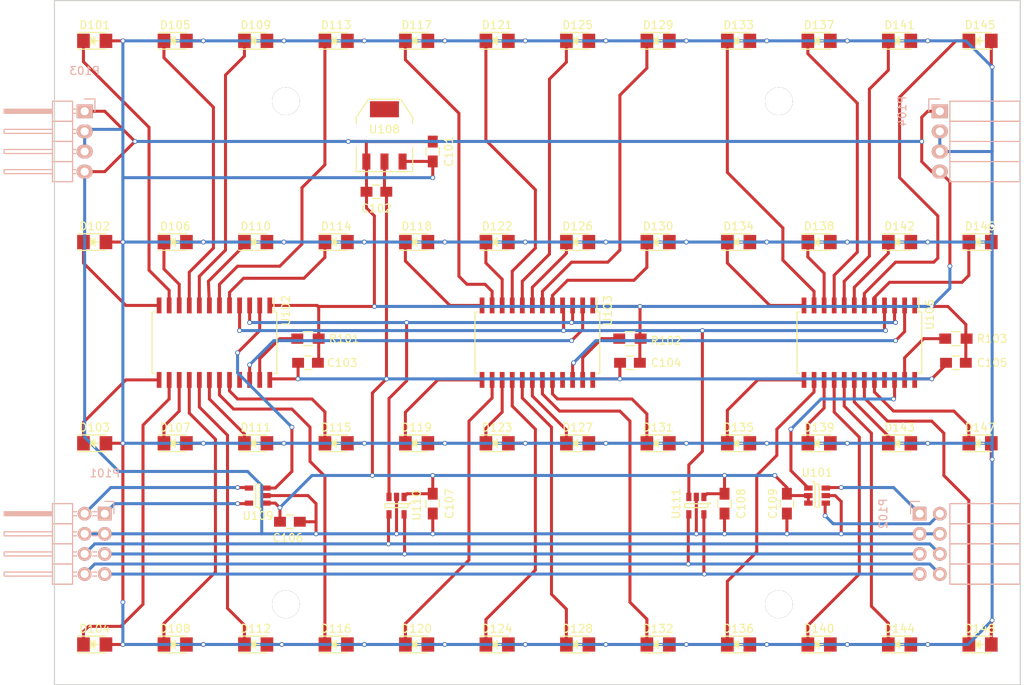
<source format=kicad_pcb>
(kicad_pcb (version 4) (host pcbnew "(2015-09-15 BZR 6201)-product")
  (layers (0 F.Cu signal) (31 B.Cu signal) (34 B.Paste user) (35 F.Paste user) (36 B.SilkS user) (37 F.SilkS user) (38 B.Mask user) (39 F.Mask user) (44 Edge.Cuts user))
  (net 0 "")
  (net 1 +12V)
  (net 2 GND)
  (net 3 "Net-(U102-Pad2)")
  (net 4 "Net-(U102-Pad3)")
  (net 5 "Net-(U102-Pad4)")
  (net 6 "Net-(U102-Pad21)")
  (net 7 "Net-(U102-Pad22)")
  (net 8 "Net-(U103-Pad21)")
  (net 9 "Net-(U103-Pad22)")
  (net 10 "Net-(U101-Pad1)")
  (net 11 "Net-(U106-Pad21)")
  (net 12 "Net-(P101-Pad1)")
  (net 13 "Net-(P101-Pad2)")
  (net 14 "Net-(P101-Pad5)")
  (net 15 "Net-(P101-Pad6)")
  (net 16 "Net-(P102-Pad1)")
  (net 17 "Net-(P102-Pad2)")
  (net 18 "Net-(P101-Pad7)")
  (net 19 "Net-(P101-Pad8)")
  (net 20 "Net-(R101-Pad1)")
  (net 21 "Net-(R102-Pad1)")
  (net 22 "Net-(R103-Pad1)")
  (net 23 +3V3)
  (net 24 "Net-(D101-Pad1)")
  (net 25 "Net-(D102-Pad1)")
  (net 26 "Net-(D103-Pad1)")
  (net 27 "Net-(D104-Pad1)")
  (net 28 "Net-(D105-Pad1)")
  (net 29 "Net-(D106-Pad1)")
  (net 30 "Net-(D107-Pad1)")
  (net 31 "Net-(D108-Pad1)")
  (net 32 "Net-(D109-Pad1)")
  (net 33 "Net-(D110-Pad1)")
  (net 34 "Net-(D111-Pad1)")
  (net 35 "Net-(D112-Pad1)")
  (net 36 "Net-(D113-Pad1)")
  (net 37 "Net-(D114-Pad1)")
  (net 38 "Net-(D115-Pad1)")
  (net 39 "Net-(D116-Pad1)")
  (net 40 "Net-(D117-Pad1)")
  (net 41 "Net-(D118-Pad1)")
  (net 42 "Net-(D119-Pad1)")
  (net 43 "Net-(D120-Pad1)")
  (net 44 "Net-(D121-Pad1)")
  (net 45 "Net-(D122-Pad1)")
  (net 46 "Net-(D123-Pad1)")
  (net 47 "Net-(D124-Pad1)")
  (net 48 "Net-(D125-Pad1)")
  (net 49 "Net-(D126-Pad1)")
  (net 50 "Net-(D127-Pad1)")
  (net 51 "Net-(D128-Pad1)")
  (net 52 "Net-(D129-Pad1)")
  (net 53 "Net-(D130-Pad1)")
  (net 54 "Net-(D131-Pad1)")
  (net 55 "Net-(D132-Pad1)")
  (net 56 "Net-(D133-Pad1)")
  (net 57 "Net-(D134-Pad1)")
  (net 58 "Net-(D135-Pad1)")
  (net 59 "Net-(D136-Pad1)")
  (net 60 "Net-(D137-Pad1)")
  (net 61 "Net-(D138-Pad1)")
  (net 62 "Net-(D139-Pad1)")
  (net 63 "Net-(D140-Pad1)")
  (net 64 "Net-(D141-Pad1)")
  (net 65 "Net-(D142-Pad1)")
  (net 66 "Net-(D143-Pad1)")
  (net 67 "Net-(D144-Pad1)")
  (net 68 "Net-(D145-Pad1)")
  (net 69 "Net-(D146-Pad1)")
  (net 70 "Net-(D147-Pad1)")
  (net 71 "Net-(D148-Pad1)")
  (module Housings_SOIC:SOIC-24_7.5x15.4mm_Pitch1.27mm (layer F.Cu) (at 76.073 91.44 270)
    (fp_text reference U102 (at -4.064 -9.017 270) (layer F.SilkS))
    (fp_text value STP16CP05)
    (pad 1 smd rect (at -4.7 -6.985 270) (size 2 0.6) (layers F.Cu F.Paste F.Mask) (net 2 GND))
    (pad 2 smd rect (at -4.7 -5.715 270) (size 2 0.6) (layers F.Cu F.Paste F.Mask) (net 3 "Net-(U102-Pad2)"))
    (pad 3 smd rect (at -4.7 -4.445 270) (size 2 0.6) (layers F.Cu F.Paste F.Mask) (net 4 "Net-(U102-Pad3)"))
    (pad 4 smd rect (at -4.7 -3.175 270) (size 2 0.6) (layers F.Cu F.Paste F.Mask) (net 5 "Net-(U102-Pad4)"))
    (pad 5 smd rect (at -4.7 -1.905 270) (size 2 0.6) (layers F.Cu F.Paste F.Mask) (net 37 "Net-(D114-Pad1)"))
    (pad 6 smd rect (at -4.7 -0.635 270) (size 2 0.6) (layers F.Cu F.Paste F.Mask) (net 36 "Net-(D113-Pad1)"))
    (pad 7 smd rect (at -4.7 0.635 270) (size 2 0.6) (layers F.Cu F.Paste F.Mask) (net 33 "Net-(D110-Pad1)"))
    (pad 8 smd rect (at -4.7 1.905 270) (size 2 0.6) (layers F.Cu F.Paste F.Mask) (net 32 "Net-(D109-Pad1)"))
    (pad 9 smd rect (at -4.7 3.175 270) (size 2 0.6) (layers F.Cu F.Paste F.Mask) (net 28 "Net-(D105-Pad1)"))
    (pad 10 smd rect (at -4.7 4.445 270) (size 2 0.6) (layers F.Cu F.Paste F.Mask) (net 29 "Net-(D106-Pad1)"))
    (pad 11 smd rect (at -4.7 5.715 270) (size 2 0.6) (layers F.Cu F.Paste F.Mask) (net 24 "Net-(D101-Pad1)"))
    (pad 12 smd rect (at -4.7 6.985 270) (size 2 0.6) (layers F.Cu F.Paste F.Mask) (net 25 "Net-(D102-Pad1)"))
    (pad 13 smd rect (at 4.7 6.985 270) (size 2 0.6) (layers F.Cu F.Paste F.Mask) (net 26 "Net-(D103-Pad1)"))
    (pad 14 smd rect (at 4.7 5.715 270) (size 2 0.6) (layers F.Cu F.Paste F.Mask) (net 27 "Net-(D104-Pad1)"))
    (pad 15 smd rect (at 4.7 4.445 270) (size 2 0.6) (layers F.Cu F.Paste F.Mask) (net 30 "Net-(D107-Pad1)"))
    (pad 16 smd rect (at 4.7 3.175 270) (size 2 0.6) (layers F.Cu F.Paste F.Mask) (net 31 "Net-(D108-Pad1)"))
    (pad 17 smd rect (at 4.7 1.905 270) (size 2 0.6) (layers F.Cu F.Paste F.Mask) (net 35 "Net-(D112-Pad1)"))
    (pad 18 smd rect (at 4.7 0.635 270) (size 2 0.6) (layers F.Cu F.Paste F.Mask) (net 34 "Net-(D111-Pad1)"))
    (pad 19 smd rect (at 4.7 -0.635 270) (size 2 0.6) (layers F.Cu F.Paste F.Mask) (net 39 "Net-(D116-Pad1)"))
    (pad 20 smd rect (at 4.7 -1.905 270) (size 2 0.6) (layers F.Cu F.Paste F.Mask) (net 38 "Net-(D115-Pad1)"))
    (pad 21 smd rect (at 4.7 -3.175 270) (size 2 0.6) (layers F.Cu F.Paste F.Mask) (net 6 "Net-(U102-Pad21)"))
    (pad 22 smd rect (at 4.7 -4.445 270) (size 2 0.6) (layers F.Cu F.Paste F.Mask) (net 7 "Net-(U102-Pad22)"))
    (pad 23 smd rect (at 4.7 -5.715 270) (size 2 0.6) (layers F.Cu F.Paste F.Mask) (net 20 "Net-(R101-Pad1)"))
    (pad 24 smd rect (at 4.7 -6.985 270) (size 2 0.6) (layers F.Cu F.Paste F.Mask) (net 23 +3V3))
  )
  (module Housings_SOIC:SOIC-24_7.5x15.4mm_Pitch1.27mm (layer F.Cu) (at 116.84 91.44 270)
    (fp_text reference U103 (at -4.064 -8.89 270) (layer F.SilkS))
    (fp_text value STP16CP05)
    (pad 1 smd rect (at -4.7 -6.985 270) (size 2 0.6) (layers F.Cu F.Paste F.Mask) (net 2 GND))
    (pad 2 smd rect (at -4.7 -5.715 270) (size 2 0.6) (layers F.Cu F.Paste F.Mask) (net 7 "Net-(U102-Pad22)"))
    (pad 3 smd rect (at -4.7 -4.445 270) (size 2 0.6) (layers F.Cu F.Paste F.Mask) (net 4 "Net-(U102-Pad3)"))
    (pad 4 smd rect (at -4.7 -3.175 270) (size 2 0.6) (layers F.Cu F.Paste F.Mask) (net 5 "Net-(U102-Pad4)"))
    (pad 5 smd rect (at -4.7 -1.905 270) (size 2 0.6) (layers F.Cu F.Paste F.Mask) (net 53 "Net-(D130-Pad1)"))
    (pad 6 smd rect (at -4.7 -0.635 270) (size 2 0.6) (layers F.Cu F.Paste F.Mask) (net 52 "Net-(D129-Pad1)"))
    (pad 7 smd rect (at -4.7 0.635 270) (size 2 0.6) (layers F.Cu F.Paste F.Mask) (net 49 "Net-(D126-Pad1)"))
    (pad 8 smd rect (at -4.7 1.905 270) (size 2 0.6) (layers F.Cu F.Paste F.Mask) (net 48 "Net-(D125-Pad1)"))
    (pad 9 smd rect (at -4.7 3.175 270) (size 2 0.6) (layers F.Cu F.Paste F.Mask) (net 44 "Net-(D121-Pad1)"))
    (pad 10 smd rect (at -4.7 4.445 270) (size 2 0.6) (layers F.Cu F.Paste F.Mask) (net 45 "Net-(D122-Pad1)"))
    (pad 11 smd rect (at -4.7 5.715 270) (size 2 0.6) (layers F.Cu F.Paste F.Mask) (net 40 "Net-(D117-Pad1)"))
    (pad 12 smd rect (at -4.7 6.985 270) (size 2 0.6) (layers F.Cu F.Paste F.Mask) (net 41 "Net-(D118-Pad1)"))
    (pad 13 smd rect (at 4.7 6.985 270) (size 2 0.6) (layers F.Cu F.Paste F.Mask) (net 42 "Net-(D119-Pad1)"))
    (pad 14 smd rect (at 4.7 5.715 270) (size 2 0.6) (layers F.Cu F.Paste F.Mask) (net 43 "Net-(D120-Pad1)"))
    (pad 15 smd rect (at 4.7 4.445 270) (size 2 0.6) (layers F.Cu F.Paste F.Mask) (net 46 "Net-(D123-Pad1)"))
    (pad 16 smd rect (at 4.7 3.175 270) (size 2 0.6) (layers F.Cu F.Paste F.Mask) (net 47 "Net-(D124-Pad1)"))
    (pad 17 smd rect (at 4.7 1.905 270) (size 2 0.6) (layers F.Cu F.Paste F.Mask) (net 51 "Net-(D128-Pad1)"))
    (pad 18 smd rect (at 4.7 0.635 270) (size 2 0.6) (layers F.Cu F.Paste F.Mask) (net 50 "Net-(D127-Pad1)"))
    (pad 19 smd rect (at 4.7 -0.635 270) (size 2 0.6) (layers F.Cu F.Paste F.Mask) (net 55 "Net-(D132-Pad1)"))
    (pad 20 smd rect (at 4.7 -1.905 270) (size 2 0.6) (layers F.Cu F.Paste F.Mask) (net 54 "Net-(D131-Pad1)"))
    (pad 21 smd rect (at 4.7 -3.175 270) (size 2 0.6) (layers F.Cu F.Paste F.Mask) (net 8 "Net-(U103-Pad21)"))
    (pad 22 smd rect (at 4.7 -4.445 270) (size 2 0.6) (layers F.Cu F.Paste F.Mask) (net 9 "Net-(U103-Pad22)"))
    (pad 23 smd rect (at 4.7 -5.715 270) (size 2 0.6) (layers F.Cu F.Paste F.Mask) (net 21 "Net-(R102-Pad1)"))
    (pad 24 smd rect (at 4.7 -6.985 270) (size 2 0.6) (layers F.Cu F.Paste F.Mask) (net 23 +3V3))
  )
  (module LEDs:LED-1206 (layer F.Cu) (at 60.96 53.34)
    (fp_text reference D101 (at 0 -2) (layer F.SilkS))
    (fp_text value LED-45)
    (pad 2 smd rect (at 1.41986 0 180) (size 1.59766 1.80086) (layers F.Cu F.Paste F.Mask) (net 1 +12V))
    (pad 1 smd rect (at -1.41986 0 180) (size 1.59766 1.80086) (layers F.Cu F.Paste F.Mask) (net 24 "Net-(D101-Pad1)"))
  )
  (module LEDs:LED-1206 (layer F.Cu) (at 60.96 78.74)
    (fp_text reference D102 (at 0 -2) (layer F.SilkS))
    (fp_text value LED-45)
    (pad 2 smd rect (at 1.41986 0 180) (size 1.59766 1.80086) (layers F.Cu F.Paste F.Mask) (net 1 +12V))
    (pad 1 smd rect (at -1.41986 0 180) (size 1.59766 1.80086) (layers F.Cu F.Paste F.Mask) (net 25 "Net-(D102-Pad1)"))
  )
  (module LEDs:LED-1206 (layer F.Cu) (at 60.96 104.14)
    (fp_text reference D103 (at 0 -2) (layer F.SilkS))
    (fp_text value LED-45)
    (pad 2 smd rect (at 1.41986 0 180) (size 1.59766 1.80086) (layers F.Cu F.Paste F.Mask) (net 1 +12V))
    (pad 1 smd rect (at -1.41986 0 180) (size 1.59766 1.80086) (layers F.Cu F.Paste F.Mask) (net 26 "Net-(D103-Pad1)"))
  )
  (module LEDs:LED-1206 (layer F.Cu) (at 60.96 129.54)
    (fp_text reference D104 (at 0 -2) (layer F.SilkS))
    (fp_text value LED-45)
    (pad 2 smd rect (at 1.41986 0 180) (size 1.59766 1.80086) (layers F.Cu F.Paste F.Mask) (net 1 +12V))
    (pad 1 smd rect (at -1.41986 0 180) (size 1.59766 1.80086) (layers F.Cu F.Paste F.Mask) (net 27 "Net-(D104-Pad1)"))
  )
  (module LEDs:LED-1206 (layer F.Cu) (at 71.12 53.34)
    (fp_text reference D105 (at 0 -2) (layer F.SilkS))
    (fp_text value LED-45)
    (pad 2 smd rect (at 1.41986 0 180) (size 1.59766 1.80086) (layers F.Cu F.Paste F.Mask) (net 1 +12V))
    (pad 1 smd rect (at -1.41986 0 180) (size 1.59766 1.80086) (layers F.Cu F.Paste F.Mask) (net 28 "Net-(D105-Pad1)"))
  )
  (module LEDs:LED-1206 (layer F.Cu) (at 71.12 78.74)
    (fp_text reference D106 (at 0 -2) (layer F.SilkS))
    (fp_text value LED-45)
    (pad 2 smd rect (at 1.41986 0 180) (size 1.59766 1.80086) (layers F.Cu F.Paste F.Mask) (net 1 +12V))
    (pad 1 smd rect (at -1.41986 0 180) (size 1.59766 1.80086) (layers F.Cu F.Paste F.Mask) (net 29 "Net-(D106-Pad1)"))
  )
  (module LEDs:LED-1206 (layer F.Cu) (at 71.12 104.14)
    (fp_text reference D107 (at 0 -2) (layer F.SilkS))
    (fp_text value LED-45)
    (pad 2 smd rect (at 1.41986 0 180) (size 1.59766 1.80086) (layers F.Cu F.Paste F.Mask) (net 1 +12V))
    (pad 1 smd rect (at -1.41986 0 180) (size 1.59766 1.80086) (layers F.Cu F.Paste F.Mask) (net 30 "Net-(D107-Pad1)"))
  )
  (module LEDs:LED-1206 (layer F.Cu) (at 71.12 129.54)
    (fp_text reference D108 (at 0 -2) (layer F.SilkS))
    (fp_text value LED-45)
    (pad 2 smd rect (at 1.41986 0 180) (size 1.59766 1.80086) (layers F.Cu F.Paste F.Mask) (net 1 +12V))
    (pad 1 smd rect (at -1.41986 0 180) (size 1.59766 1.80086) (layers F.Cu F.Paste F.Mask) (net 31 "Net-(D108-Pad1)"))
  )
  (module LEDs:LED-1206 (layer F.Cu) (at 81.28 53.34)
    (fp_text reference D109 (at 0 -2) (layer F.SilkS))
    (fp_text value LED-45)
    (pad 2 smd rect (at 1.41986 0 180) (size 1.59766 1.80086) (layers F.Cu F.Paste F.Mask) (net 1 +12V))
    (pad 1 smd rect (at -1.41986 0 180) (size 1.59766 1.80086) (layers F.Cu F.Paste F.Mask) (net 32 "Net-(D109-Pad1)"))
  )
  (module LEDs:LED-1206 (layer F.Cu) (at 81.28 78.74)
    (fp_text reference D110 (at 0 -2) (layer F.SilkS))
    (fp_text value LED-45)
    (pad 2 smd rect (at 1.41986 0 180) (size 1.59766 1.80086) (layers F.Cu F.Paste F.Mask) (net 1 +12V))
    (pad 1 smd rect (at -1.41986 0 180) (size 1.59766 1.80086) (layers F.Cu F.Paste F.Mask) (net 33 "Net-(D110-Pad1)"))
  )
  (module LEDs:LED-1206 (layer F.Cu) (at 81.28 104.14)
    (fp_text reference D111 (at 0 -2) (layer F.SilkS))
    (fp_text value LED-45)
    (pad 2 smd rect (at 1.41986 0 180) (size 1.59766 1.80086) (layers F.Cu F.Paste F.Mask) (net 1 +12V))
    (pad 1 smd rect (at -1.41986 0 180) (size 1.59766 1.80086) (layers F.Cu F.Paste F.Mask) (net 34 "Net-(D111-Pad1)"))
  )
  (module LEDs:LED-1206 (layer F.Cu) (at 81.28 129.54)
    (fp_text reference D112 (at 0 -2) (layer F.SilkS))
    (fp_text value LED-45)
    (pad 2 smd rect (at 1.41986 0 180) (size 1.59766 1.80086) (layers F.Cu F.Paste F.Mask) (net 1 +12V))
    (pad 1 smd rect (at -1.41986 0 180) (size 1.59766 1.80086) (layers F.Cu F.Paste F.Mask) (net 35 "Net-(D112-Pad1)"))
  )
  (module LEDs:LED-1206 (layer F.Cu) (at 91.44 53.34)
    (fp_text reference D113 (at 0 -2) (layer F.SilkS))
    (fp_text value LED-45)
    (pad 2 smd rect (at 1.41986 0 180) (size 1.59766 1.80086) (layers F.Cu F.Paste F.Mask) (net 1 +12V))
    (pad 1 smd rect (at -1.41986 0 180) (size 1.59766 1.80086) (layers F.Cu F.Paste F.Mask) (net 36 "Net-(D113-Pad1)"))
  )
  (module LEDs:LED-1206 (layer F.Cu) (at 91.44 78.74)
    (fp_text reference D114 (at 0 -2) (layer F.SilkS))
    (fp_text value LED-45)
    (pad 2 smd rect (at 1.41986 0 180) (size 1.59766 1.80086) (layers F.Cu F.Paste F.Mask) (net 1 +12V))
    (pad 1 smd rect (at -1.41986 0 180) (size 1.59766 1.80086) (layers F.Cu F.Paste F.Mask) (net 37 "Net-(D114-Pad1)"))
  )
  (module LEDs:LED-1206 (layer F.Cu) (at 91.44 104.14)
    (fp_text reference D115 (at 0 -2) (layer F.SilkS))
    (fp_text value LED-45)
    (pad 2 smd rect (at 1.41986 0 180) (size 1.59766 1.80086) (layers F.Cu F.Paste F.Mask) (net 1 +12V))
    (pad 1 smd rect (at -1.41986 0 180) (size 1.59766 1.80086) (layers F.Cu F.Paste F.Mask) (net 38 "Net-(D115-Pad1)"))
  )
  (module LEDs:LED-1206 (layer F.Cu) (at 91.44 129.54)
    (fp_text reference D116 (at 0 -2) (layer F.SilkS))
    (fp_text value LED-45)
    (pad 2 smd rect (at 1.41986 0 180) (size 1.59766 1.80086) (layers F.Cu F.Paste F.Mask) (net 1 +12V))
    (pad 1 smd rect (at -1.41986 0 180) (size 1.59766 1.80086) (layers F.Cu F.Paste F.Mask) (net 39 "Net-(D116-Pad1)"))
  )
  (module LEDs:LED-1206 (layer F.Cu) (at 101.6 53.34)
    (fp_text reference D117 (at 0 -2) (layer F.SilkS))
    (fp_text value LED-45)
    (pad 2 smd rect (at 1.41986 0 180) (size 1.59766 1.80086) (layers F.Cu F.Paste F.Mask) (net 1 +12V))
    (pad 1 smd rect (at -1.41986 0 180) (size 1.59766 1.80086) (layers F.Cu F.Paste F.Mask) (net 40 "Net-(D117-Pad1)"))
  )
  (module LEDs:LED-1206 (layer F.Cu) (at 101.6 78.74)
    (fp_text reference D118 (at 0 -2) (layer F.SilkS))
    (fp_text value LED-45)
    (pad 2 smd rect (at 1.41986 0 180) (size 1.59766 1.80086) (layers F.Cu F.Paste F.Mask) (net 1 +12V))
    (pad 1 smd rect (at -1.41986 0 180) (size 1.59766 1.80086) (layers F.Cu F.Paste F.Mask) (net 41 "Net-(D118-Pad1)"))
  )
  (module LEDs:LED-1206 (layer F.Cu) (at 101.6 104.14)
    (fp_text reference D119 (at 0 -2) (layer F.SilkS))
    (fp_text value LED-45)
    (pad 2 smd rect (at 1.41986 0 180) (size 1.59766 1.80086) (layers F.Cu F.Paste F.Mask) (net 1 +12V))
    (pad 1 smd rect (at -1.41986 0 180) (size 1.59766 1.80086) (layers F.Cu F.Paste F.Mask) (net 42 "Net-(D119-Pad1)"))
  )
  (module LEDs:LED-1206 (layer F.Cu) (at 101.6 129.54)
    (fp_text reference D120 (at 0 -2) (layer F.SilkS))
    (fp_text value LED-45)
    (pad 2 smd rect (at 1.41986 0 180) (size 1.59766 1.80086) (layers F.Cu F.Paste F.Mask) (net 1 +12V))
    (pad 1 smd rect (at -1.41986 0 180) (size 1.59766 1.80086) (layers F.Cu F.Paste F.Mask) (net 43 "Net-(D120-Pad1)"))
  )
  (module LEDs:LED-1206 (layer F.Cu) (at 111.76 53.34)
    (fp_text reference D121 (at 0 -2) (layer F.SilkS))
    (fp_text value LED-45)
    (pad 2 smd rect (at 1.41986 0 180) (size 1.59766 1.80086) (layers F.Cu F.Paste F.Mask) (net 1 +12V))
    (pad 1 smd rect (at -1.41986 0 180) (size 1.59766 1.80086) (layers F.Cu F.Paste F.Mask) (net 44 "Net-(D121-Pad1)"))
  )
  (module LEDs:LED-1206 (layer F.Cu) (at 111.76 78.74)
    (fp_text reference D122 (at 0 -2) (layer F.SilkS))
    (fp_text value LED-45)
    (pad 2 smd rect (at 1.41986 0 180) (size 1.59766 1.80086) (layers F.Cu F.Paste F.Mask) (net 1 +12V))
    (pad 1 smd rect (at -1.41986 0 180) (size 1.59766 1.80086) (layers F.Cu F.Paste F.Mask) (net 45 "Net-(D122-Pad1)"))
  )
  (module LEDs:LED-1206 (layer F.Cu) (at 111.76 104.14)
    (fp_text reference D123 (at 0 -2) (layer F.SilkS))
    (fp_text value LED-45)
    (pad 2 smd rect (at 1.41986 0 180) (size 1.59766 1.80086) (layers F.Cu F.Paste F.Mask) (net 1 +12V))
    (pad 1 smd rect (at -1.41986 0 180) (size 1.59766 1.80086) (layers F.Cu F.Paste F.Mask) (net 46 "Net-(D123-Pad1)"))
  )
  (module LEDs:LED-1206 (layer F.Cu) (at 111.76 129.54)
    (fp_text reference D124 (at 0 -2) (layer F.SilkS))
    (fp_text value LED-45)
    (pad 2 smd rect (at 1.41986 0 180) (size 1.59766 1.80086) (layers F.Cu F.Paste F.Mask) (net 1 +12V))
    (pad 1 smd rect (at -1.41986 0 180) (size 1.59766 1.80086) (layers F.Cu F.Paste F.Mask) (net 47 "Net-(D124-Pad1)"))
  )
  (module LEDs:LED-1206 (layer F.Cu) (at 121.92 53.34)
    (fp_text reference D125 (at 0 -2) (layer F.SilkS))
    (fp_text value LED-45)
    (pad 2 smd rect (at 1.41986 0 180) (size 1.59766 1.80086) (layers F.Cu F.Paste F.Mask) (net 1 +12V))
    (pad 1 smd rect (at -1.41986 0 180) (size 1.59766 1.80086) (layers F.Cu F.Paste F.Mask) (net 48 "Net-(D125-Pad1)"))
  )
  (module LEDs:LED-1206 (layer F.Cu) (at 121.92 78.74)
    (fp_text reference D126 (at 0 -2) (layer F.SilkS))
    (fp_text value LED-45)
    (pad 2 smd rect (at 1.41986 0 180) (size 1.59766 1.80086) (layers F.Cu F.Paste F.Mask) (net 1 +12V))
    (pad 1 smd rect (at -1.41986 0 180) (size 1.59766 1.80086) (layers F.Cu F.Paste F.Mask) (net 49 "Net-(D126-Pad1)"))
  )
  (module LEDs:LED-1206 (layer F.Cu) (at 121.92 104.14)
    (fp_text reference D127 (at 0 -2) (layer F.SilkS))
    (fp_text value LED-45)
    (pad 2 smd rect (at 1.41986 0 180) (size 1.59766 1.80086) (layers F.Cu F.Paste F.Mask) (net 1 +12V))
    (pad 1 smd rect (at -1.41986 0 180) (size 1.59766 1.80086) (layers F.Cu F.Paste F.Mask) (net 50 "Net-(D127-Pad1)"))
  )
  (module LEDs:LED-1206 (layer F.Cu) (at 121.92 129.54)
    (fp_text reference D128 (at 0 -2) (layer F.SilkS))
    (fp_text value LED-45)
    (pad 2 smd rect (at 1.41986 0 180) (size 1.59766 1.80086) (layers F.Cu F.Paste F.Mask) (net 1 +12V))
    (pad 1 smd rect (at -1.41986 0 180) (size 1.59766 1.80086) (layers F.Cu F.Paste F.Mask) (net 51 "Net-(D128-Pad1)"))
  )
  (module LEDs:LED-1206 (layer F.Cu) (at 132.08 53.34)
    (fp_text reference D129 (at 0 -2) (layer F.SilkS))
    (fp_text value LED-45)
    (pad 2 smd rect (at 1.41986 0 180) (size 1.59766 1.80086) (layers F.Cu F.Paste F.Mask) (net 1 +12V))
    (pad 1 smd rect (at -1.41986 0 180) (size 1.59766 1.80086) (layers F.Cu F.Paste F.Mask) (net 52 "Net-(D129-Pad1)"))
  )
  (module LEDs:LED-1206 (layer F.Cu) (at 132.08 78.74)
    (fp_text reference D130 (at 0 -2) (layer F.SilkS))
    (fp_text value LED-45)
    (pad 2 smd rect (at 1.41986 0 180) (size 1.59766 1.80086) (layers F.Cu F.Paste F.Mask) (net 1 +12V))
    (pad 1 smd rect (at -1.41986 0 180) (size 1.59766 1.80086) (layers F.Cu F.Paste F.Mask) (net 53 "Net-(D130-Pad1)"))
  )
  (module LEDs:LED-1206 (layer F.Cu) (at 132.08 104.14)
    (fp_text reference D131 (at 0 -2) (layer F.SilkS))
    (fp_text value LED-45)
    (pad 2 smd rect (at 1.41986 0 180) (size 1.59766 1.80086) (layers F.Cu F.Paste F.Mask) (net 1 +12V))
    (pad 1 smd rect (at -1.41986 0 180) (size 1.59766 1.80086) (layers F.Cu F.Paste F.Mask) (net 54 "Net-(D131-Pad1)"))
  )
  (module LEDs:LED-1206 (layer F.Cu) (at 132.08 129.54)
    (fp_text reference D132 (at 0 -2) (layer F.SilkS))
    (fp_text value LED-45)
    (pad 2 smd rect (at 1.41986 0 180) (size 1.59766 1.80086) (layers F.Cu F.Paste F.Mask) (net 1 +12V))
    (pad 1 smd rect (at -1.41986 0 180) (size 1.59766 1.80086) (layers F.Cu F.Paste F.Mask) (net 55 "Net-(D132-Pad1)"))
  )
  (module LEDs:LED-1206 (layer F.Cu) (at 142.24 53.34)
    (fp_text reference D133 (at 0 -2) (layer F.SilkS))
    (fp_text value LED-45)
    (pad 2 smd rect (at 1.41986 0 180) (size 1.59766 1.80086) (layers F.Cu F.Paste F.Mask) (net 1 +12V))
    (pad 1 smd rect (at -1.41986 0 180) (size 1.59766 1.80086) (layers F.Cu F.Paste F.Mask) (net 56 "Net-(D133-Pad1)"))
  )
  (module LEDs:LED-1206 (layer F.Cu) (at 142.24 78.74)
    (fp_text reference D134 (at 0 -2) (layer F.SilkS))
    (fp_text value LED-45)
    (pad 2 smd rect (at 1.41986 0 180) (size 1.59766 1.80086) (layers F.Cu F.Paste F.Mask) (net 1 +12V))
    (pad 1 smd rect (at -1.41986 0 180) (size 1.59766 1.80086) (layers F.Cu F.Paste F.Mask) (net 57 "Net-(D134-Pad1)"))
  )
  (module LEDs:LED-1206 (layer F.Cu) (at 142.24 104.14)
    (fp_text reference D135 (at 0 -2) (layer F.SilkS))
    (fp_text value LED-45)
    (pad 2 smd rect (at 1.41986 0 180) (size 1.59766 1.80086) (layers F.Cu F.Paste F.Mask) (net 1 +12V))
    (pad 1 smd rect (at -1.41986 0 180) (size 1.59766 1.80086) (layers F.Cu F.Paste F.Mask) (net 58 "Net-(D135-Pad1)"))
  )
  (module LEDs:LED-1206 (layer F.Cu) (at 142.24 129.54)
    (fp_text reference D136 (at 0 -2) (layer F.SilkS))
    (fp_text value LED-45)
    (pad 2 smd rect (at 1.41986 0 180) (size 1.59766 1.80086) (layers F.Cu F.Paste F.Mask) (net 1 +12V))
    (pad 1 smd rect (at -1.41986 0 180) (size 1.59766 1.80086) (layers F.Cu F.Paste F.Mask) (net 59 "Net-(D136-Pad1)"))
  )
  (module LEDs:LED-1206 (layer F.Cu) (at 152.4 53.34)
    (fp_text reference D137 (at 0 -2) (layer F.SilkS))
    (fp_text value LED-45)
    (pad 2 smd rect (at 1.41986 0 180) (size 1.59766 1.80086) (layers F.Cu F.Paste F.Mask) (net 1 +12V))
    (pad 1 smd rect (at -1.41986 0 180) (size 1.59766 1.80086) (layers F.Cu F.Paste F.Mask) (net 60 "Net-(D137-Pad1)"))
  )
  (module LEDs:LED-1206 (layer F.Cu) (at 152.4 78.74)
    (fp_text reference D138 (at 0 -2) (layer F.SilkS))
    (fp_text value LED-45)
    (pad 2 smd rect (at 1.41986 0 180) (size 1.59766 1.80086) (layers F.Cu F.Paste F.Mask) (net 1 +12V))
    (pad 1 smd rect (at -1.41986 0 180) (size 1.59766 1.80086) (layers F.Cu F.Paste F.Mask) (net 61 "Net-(D138-Pad1)"))
  )
  (module LEDs:LED-1206 (layer F.Cu) (at 152.4 104.14)
    (fp_text reference D139 (at 0 -2) (layer F.SilkS))
    (fp_text value LED-45)
    (pad 2 smd rect (at 1.41986 0 180) (size 1.59766 1.80086) (layers F.Cu F.Paste F.Mask) (net 1 +12V))
    (pad 1 smd rect (at -1.41986 0 180) (size 1.59766 1.80086) (layers F.Cu F.Paste F.Mask) (net 62 "Net-(D139-Pad1)"))
  )
  (module LEDs:LED-1206 (layer F.Cu) (at 152.4 129.54)
    (fp_text reference D140 (at 0 -2) (layer F.SilkS))
    (fp_text value LED-45)
    (pad 2 smd rect (at 1.41986 0 180) (size 1.59766 1.80086) (layers F.Cu F.Paste F.Mask) (net 1 +12V))
    (pad 1 smd rect (at -1.41986 0 180) (size 1.59766 1.80086) (layers F.Cu F.Paste F.Mask) (net 63 "Net-(D140-Pad1)"))
  )
  (module LEDs:LED-1206 (layer F.Cu) (at 162.56 53.34)
    (fp_text reference D141 (at 0 -2) (layer F.SilkS))
    (fp_text value LED-45)
    (pad 2 smd rect (at 1.41986 0 180) (size 1.59766 1.80086) (layers F.Cu F.Paste F.Mask) (net 1 +12V))
    (pad 1 smd rect (at -1.41986 0 180) (size 1.59766 1.80086) (layers F.Cu F.Paste F.Mask) (net 64 "Net-(D141-Pad1)"))
  )
  (module LEDs:LED-1206 (layer F.Cu) (at 162.56 78.74)
    (fp_text reference D142 (at 0 -2) (layer F.SilkS))
    (fp_text value LED-45)
    (pad 2 smd rect (at 1.41986 0 180) (size 1.59766 1.80086) (layers F.Cu F.Paste F.Mask) (net 1 +12V))
    (pad 1 smd rect (at -1.41986 0 180) (size 1.59766 1.80086) (layers F.Cu F.Paste F.Mask) (net 65 "Net-(D142-Pad1)"))
  )
  (module LEDs:LED-1206 (layer F.Cu) (at 162.56 104.14)
    (fp_text reference D143 (at 0 -2) (layer F.SilkS))
    (fp_text value LED-45)
    (pad 2 smd rect (at 1.41986 0 180) (size 1.59766 1.80086) (layers F.Cu F.Paste F.Mask) (net 1 +12V))
    (pad 1 smd rect (at -1.41986 0 180) (size 1.59766 1.80086) (layers F.Cu F.Paste F.Mask) (net 66 "Net-(D143-Pad1)"))
  )
  (module LEDs:LED-1206 (layer F.Cu) (at 162.56 129.54)
    (fp_text reference D144 (at 0 -2) (layer F.SilkS))
    (fp_text value LED-45)
    (pad 2 smd rect (at 1.41986 0 180) (size 1.59766 1.80086) (layers F.Cu F.Paste F.Mask) (net 1 +12V))
    (pad 1 smd rect (at -1.41986 0 180) (size 1.59766 1.80086) (layers F.Cu F.Paste F.Mask) (net 67 "Net-(D144-Pad1)"))
  )
  (module LEDs:LED-1206 (layer F.Cu) (at 172.72 53.34)
    (fp_text reference D145 (at 0 -2) (layer F.SilkS))
    (fp_text value LED-45)
    (pad 2 smd rect (at 1.41986 0 180) (size 1.59766 1.80086) (layers F.Cu F.Paste F.Mask) (net 1 +12V))
    (pad 1 smd rect (at -1.41986 0 180) (size 1.59766 1.80086) (layers F.Cu F.Paste F.Mask) (net 68 "Net-(D145-Pad1)"))
  )
  (module LEDs:LED-1206 (layer F.Cu) (at 172.72 78.74)
    (fp_text reference D146 (at 0 -2) (layer F.SilkS))
    (fp_text value LED-45)
    (pad 2 smd rect (at 1.41986 0 180) (size 1.59766 1.80086) (layers F.Cu F.Paste F.Mask) (net 1 +12V))
    (pad 1 smd rect (at -1.41986 0 180) (size 1.59766 1.80086) (layers F.Cu F.Paste F.Mask) (net 69 "Net-(D146-Pad1)"))
  )
  (module LEDs:LED-1206 (layer F.Cu) (at 172.72 104.14)
    (fp_text reference D147 (at 0 -2) (layer F.SilkS))
    (fp_text value LED-45)
    (pad 2 smd rect (at 1.41986 0 180) (size 1.59766 1.80086) (layers F.Cu F.Paste F.Mask) (net 1 +12V))
    (pad 1 smd rect (at -1.41986 0 180) (size 1.59766 1.80086) (layers F.Cu F.Paste F.Mask) (net 70 "Net-(D147-Pad1)"))
  )
  (module LEDs:LED-1206 (layer F.Cu) (at 172.72 129.54)
    (fp_text reference D148 (at 0 -2) (layer F.SilkS))
    (fp_text value LED-45)
    (pad 2 smd rect (at 1.41986 0 180) (size 1.59766 1.80086) (layers F.Cu F.Paste F.Mask) (net 1 +12V))
    (pad 1 smd rect (at -1.41986 0 180) (size 1.59766 1.80086) (layers F.Cu F.Paste F.Mask) (net 71 "Net-(D148-Pad1)"))
  )
  (module Housings_SOIC:SOIC-24_7.5x15.4mm_Pitch1.27mm (layer F.Cu) (at 157.48 91.44 270)
    (fp_text reference U106 (at -3.556 -8.89 270) (layer F.SilkS))
    (fp_text value STP16CP05)
    (pad 1 smd rect (at -4.7 -6.985 270) (size 2 0.6) (layers F.Cu F.Paste F.Mask) (net 2 GND))
    (pad 2 smd rect (at -4.7 -5.715 270) (size 2 0.6) (layers F.Cu F.Paste F.Mask) (net 9 "Net-(U103-Pad22)"))
    (pad 3 smd rect (at -4.7 -4.445 270) (size 2 0.6) (layers F.Cu F.Paste F.Mask) (net 4 "Net-(U102-Pad3)"))
    (pad 4 smd rect (at -4.7 -3.175 270) (size 2 0.6) (layers F.Cu F.Paste F.Mask) (net 5 "Net-(U102-Pad4)"))
    (pad 5 smd rect (at -4.7 -1.905 270) (size 2 0.6) (layers F.Cu F.Paste F.Mask) (net 69 "Net-(D146-Pad1)"))
    (pad 6 smd rect (at -4.7 -0.635 270) (size 2 0.6) (layers F.Cu F.Paste F.Mask) (net 68 "Net-(D145-Pad1)"))
    (pad 7 smd rect (at -4.7 0.635 270) (size 2 0.6) (layers F.Cu F.Paste F.Mask) (net 65 "Net-(D142-Pad1)"))
    (pad 8 smd rect (at -4.7 1.905 270) (size 2 0.6) (layers F.Cu F.Paste F.Mask) (net 64 "Net-(D141-Pad1)"))
    (pad 9 smd rect (at -4.7 3.175 270) (size 2 0.6) (layers F.Cu F.Paste F.Mask) (net 60 "Net-(D137-Pad1)"))
    (pad 10 smd rect (at -4.7 4.445 270) (size 2 0.6) (layers F.Cu F.Paste F.Mask) (net 61 "Net-(D138-Pad1)"))
    (pad 11 smd rect (at -4.7 5.715 270) (size 2 0.6) (layers F.Cu F.Paste F.Mask) (net 56 "Net-(D133-Pad1)"))
    (pad 12 smd rect (at -4.7 6.985 270) (size 2 0.6) (layers F.Cu F.Paste F.Mask) (net 57 "Net-(D134-Pad1)"))
    (pad 13 smd rect (at 4.7 6.985 270) (size 2 0.6) (layers F.Cu F.Paste F.Mask) (net 58 "Net-(D135-Pad1)"))
    (pad 14 smd rect (at 4.7 5.715 270) (size 2 0.6) (layers F.Cu F.Paste F.Mask) (net 59 "Net-(D136-Pad1)"))
    (pad 15 smd rect (at 4.7 4.445 270) (size 2 0.6) (layers F.Cu F.Paste F.Mask) (net 62 "Net-(D139-Pad1)"))
    (pad 16 smd rect (at 4.7 3.175 270) (size 2 0.6) (layers F.Cu F.Paste F.Mask) (net 63 "Net-(D140-Pad1)"))
    (pad 17 smd rect (at 4.7 1.905 270) (size 2 0.6) (layers F.Cu F.Paste F.Mask) (net 67 "Net-(D144-Pad1)"))
    (pad 18 smd rect (at 4.7 0.635 270) (size 2 0.6) (layers F.Cu F.Paste F.Mask) (net 66 "Net-(D143-Pad1)"))
    (pad 19 smd rect (at 4.7 -0.635 270) (size 2 0.6) (layers F.Cu F.Paste F.Mask) (net 71 "Net-(D148-Pad1)"))
    (pad 20 smd rect (at 4.7 -1.905 270) (size 2 0.6) (layers F.Cu F.Paste F.Mask) (net 70 "Net-(D147-Pad1)"))
    (pad 21 smd rect (at 4.7 -3.175 270) (size 2 0.6) (layers F.Cu F.Paste F.Mask) (net 11 "Net-(U106-Pad21)"))
    (pad 22 smd rect (at 4.7 -4.445 270) (size 2 0.6) (layers F.Cu F.Paste F.Mask) (net 10 "Net-(U101-Pad1)"))
    (pad 23 smd rect (at 4.7 -5.715 270) (size 2 0.6) (layers F.Cu F.Paste F.Mask) (net 22 "Net-(R103-Pad1)"))
    (pad 24 smd rect (at 4.7 -6.985 270) (size 2 0.6) (layers F.Cu F.Paste F.Mask) (net 23 +3V3))
  )
  (module Pin_Headers:Pin_Header_Angled_2x04 (layer B.Cu) (at 62.23 113.03 180)
    (fp_text reference P101 (at 0 5.1 180) (layer B.SilkS) (effects (justify mirror)))
    (fp_text value CONN_01X08)
    (pad 1 thru_hole rect (at 0 0 180) (size 1.7272 1.7272) (drill 1.016) (layers *.Cu *.Mask B.SilkS) (net 12 "Net-(P101-Pad1)"))
    (pad 2 thru_hole oval (at 2.54 0 180) (size 1.7272 1.7272) (drill 1.016) (layers *.Cu *.Mask B.SilkS) (net 13 "Net-(P101-Pad2)"))
    (pad 3 thru_hole oval (at 0 -2.54 180) (size 1.7272 1.7272) (drill 1.016) (layers *.Cu *.Mask B.SilkS) (net 2 GND))
    (pad 4 thru_hole oval (at 2.54 -2.54 180) (size 1.7272 1.7272) (drill 1.016) (layers *.Cu *.Mask B.SilkS) (net 2 GND))
    (pad 5 thru_hole oval (at 0 -5.08 180) (size 1.7272 1.7272) (drill 1.016) (layers *.Cu *.Mask B.SilkS) (net 14 "Net-(P101-Pad5)"))
    (pad 6 thru_hole oval (at 2.54 -5.08 180) (size 1.7272 1.7272) (drill 1.016) (layers *.Cu *.Mask B.SilkS) (net 15 "Net-(P101-Pad6)"))
    (pad 7 thru_hole oval (at 0 -7.62 180) (size 1.7272 1.7272) (drill 1.016) (layers *.Cu *.Mask B.SilkS) (net 18 "Net-(P101-Pad7)"))
    (pad 8 thru_hole oval (at 2.54 -7.62 180) (size 1.7272 1.7272) (drill 1.016) (layers *.Cu *.Mask B.SilkS) (net 19 "Net-(P101-Pad8)"))
  )
  (module Socket_Strips:Socket_Strip_Angled_2x04 (layer B.Cu) (at 165.1 113.03 270)
    (fp_text reference P102 (at 0 4.6 270) (layer B.SilkS) (effects (justify mirror)))
    (fp_text value CONN_01X08)
    (pad 1 thru_hole rect (at 0 0 270) (size 1.7272 1.7272) (drill 1.016) (layers *.Cu *.Mask B.SilkS) (net 16 "Net-(P102-Pad1)"))
    (pad 2 thru_hole oval (at 0 -2.54 270) (size 1.7272 1.7272) (drill 1.016) (layers *.Cu *.Mask B.SilkS) (net 17 "Net-(P102-Pad2)"))
    (pad 3 thru_hole oval (at 2.54 0 270) (size 1.7272 1.7272) (drill 1.016) (layers *.Cu *.Mask B.SilkS) (net 2 GND))
    (pad 4 thru_hole oval (at 2.54 -2.54 270) (size 1.7272 1.7272) (drill 1.016) (layers *.Cu *.Mask B.SilkS) (net 2 GND))
    (pad 5 thru_hole oval (at 5.08 0 270) (size 1.7272 1.7272) (drill 1.016) (layers *.Cu *.Mask B.SilkS) (net 14 "Net-(P101-Pad5)"))
    (pad 6 thru_hole oval (at 5.08 -2.54 270) (size 1.7272 1.7272) (drill 1.016) (layers *.Cu *.Mask B.SilkS) (net 15 "Net-(P101-Pad6)"))
    (pad 7 thru_hole oval (at 7.62 0 270) (size 1.7272 1.7272) (drill 1.016) (layers *.Cu *.Mask B.SilkS) (net 18 "Net-(P101-Pad7)"))
    (pad 8 thru_hole oval (at 7.62 -2.54 270) (size 1.7272 1.7272) (drill 1.016) (layers *.Cu *.Mask B.SilkS) (net 19 "Net-(P101-Pad8)"))
  )
  (module Resistors_SMD:R_0805_HandSoldering (layer F.Cu) (at 87.884 90.932)
    (fp_text reference R101 (at 4.572 0) (layer F.SilkS))
    (fp_text value 330Ω)
    (pad 1 smd rect (at -1.35 0) (size 1.5 1.3) (layers F.Cu F.Paste F.Mask) (net 20 "Net-(R101-Pad1)"))
    (pad 2 smd rect (at 1.35 0) (size 1.5 1.3) (layers F.Cu F.Paste F.Mask) (net 2 GND))
  )
  (module Resistors_SMD:R_0805_HandSoldering (layer F.Cu) (at 128.524 90.932)
    (fp_text reference R102 (at 4.572 0.254) (layer F.SilkS))
    (fp_text value R)
    (pad 1 smd rect (at -1.35 0) (size 1.5 1.3) (layers F.Cu F.Paste F.Mask) (net 21 "Net-(R102-Pad1)"))
    (pad 2 smd rect (at 1.35 0) (size 1.5 1.3) (layers F.Cu F.Paste F.Mask) (net 2 GND))
  )
  (module Resistors_SMD:R_0805_HandSoldering (layer F.Cu) (at 169.672 90.932)
    (fp_text reference R103 (at 4.572 0) (layer F.SilkS))
    (fp_text value R)
    (pad 1 smd rect (at -1.35 0) (size 1.5 1.3) (layers F.Cu F.Paste F.Mask) (net 22 "Net-(R103-Pad1)"))
    (pad 2 smd rect (at 1.35 0) (size 1.5 1.3) (layers F.Cu F.Paste F.Mask) (net 2 GND))
  )
  (module Capacitors_SMD:C_0805_HandSoldering (layer F.Cu) (at 103.632 67.31 90)
    (fp_text reference C101 (at 0 2.032 90) (layer F.SilkS))
    (fp_text value 100nF)
    (pad 1 smd rect (at -1.25 0 90) (size 1.5 1.25) (layers F.Cu F.Paste F.Mask) (net 1 +12V))
    (pad 2 smd rect (at 1.25 0 90) (size 1.5 1.25) (layers F.Cu F.Paste F.Mask) (net 2 GND))
  )
  (module Capacitors_SMD:C_0805_HandSoldering (layer F.Cu) (at 96.52 72.39 180)
    (fp_text reference C102 (at 0 -2.1 180) (layer F.SilkS))
    (fp_text value 10μF)
    (pad 1 smd rect (at -1.25 0 180) (size 1.5 1.25) (layers F.Cu F.Paste F.Mask) (net 23 +3V3))
    (pad 2 smd rect (at 1.25 0 180) (size 1.5 1.25) (layers F.Cu F.Paste F.Mask) (net 2 GND))
  )
  (module Pin_Headers:Pin_Header_Angled_1x04 (layer B.Cu) (at 59.69 62.23 180)
    (fp_text reference P103 (at 0 5.1 180) (layer B.SilkS) (effects (justify mirror)))
    (fp_text value CONN_01X04)
    (pad 1 thru_hole rect (at 0 0 180) (size 2.032 1.7272) (drill 1.016) (layers *.Cu *.Mask B.SilkS) (net 2 GND))
    (pad 2 thru_hole oval (at 0 -2.54 180) (size 2.032 1.7272) (drill 1.016) (layers *.Cu *.Mask B.SilkS) (net 1 +12V))
    (pad 3 thru_hole oval (at 0 -5.08 180) (size 2.032 1.7272) (drill 1.016) (layers *.Cu *.Mask B.SilkS) (net 1 +12V))
    (pad 4 thru_hole oval (at 0 -7.62 180) (size 2.032 1.7272) (drill 1.016) (layers *.Cu *.Mask B.SilkS) (net 2 GND))
  )
  (module Socket_Strips:Socket_Strip_Angled_1x04 (layer B.Cu) (at 167.64 62.23 270)
    (fp_text reference P104 (at 0 4.75 270) (layer B.SilkS) (effects (justify mirror)))
    (fp_text value CONN_01X04)
    (pad 1 thru_hole rect (at 0 0 270) (size 1.7272 2.032) (drill 1.016) (layers *.Cu *.Mask B.SilkS) (net 2 GND))
    (pad 2 thru_hole oval (at 2.54 0 270) (size 1.7272 2.032) (drill 1.016) (layers *.Cu *.Mask B.SilkS) (net 1 +12V))
    (pad 3 thru_hole oval (at 5.08 0 270) (size 1.7272 2.032) (drill 1.016) (layers *.Cu *.Mask B.SilkS) (net 1 +12V))
    (pad 4 thru_hole oval (at 7.62 0 270) (size 1.7272 2.032) (drill 1.016) (layers *.Cu *.Mask B.SilkS) (net 2 GND))
  )
  (module Capacitors_SMD:C_0805_HandSoldering (layer F.Cu) (at 87.884 93.98)
    (fp_text reference C103 (at 4.318 0) (layer F.SilkS))
    (fp_text value 100nF)
    (pad 1 smd rect (at -1.25 0) (size 1.5 1.25) (layers F.Cu F.Paste F.Mask) (net 23 +3V3))
    (pad 2 smd rect (at 1.25 0) (size 1.5 1.25) (layers F.Cu F.Paste F.Mask) (net 2 GND))
  )
  (module Capacitors_SMD:C_0805_HandSoldering (layer F.Cu) (at 128.524 93.98)
    (fp_text reference C104 (at 4.572 0) (layer F.SilkS))
    (fp_text value 100nF)
    (pad 1 smd rect (at -1.25 0) (size 1.5 1.25) (layers F.Cu F.Paste F.Mask) (net 23 +3V3))
    (pad 2 smd rect (at 1.25 0) (size 1.5 1.25) (layers F.Cu F.Paste F.Mask) (net 2 GND))
  )
  (module Capacitors_SMD:C_0805_HandSoldering (layer F.Cu) (at 169.672 93.98)
    (fp_text reference C105 (at 4.572 0) (layer F.SilkS))
    (fp_text value 100nF)
    (pad 1 smd rect (at -1.25 0) (size 1.5 1.25) (layers F.Cu F.Paste F.Mask) (net 23 +3V3))
    (pad 2 smd rect (at 1.25 0) (size 1.5 1.25) (layers F.Cu F.Paste F.Mask) (net 2 GND))
  )
  (module Capacitors_SMD:C_0805_HandSoldering (layer F.Cu) (at 85.598 114.046)
    (fp_text reference C106 (at -0.254 2.032) (layer F.SilkS))
    (fp_text value 100nF)
    (pad 1 smd rect (at -1.25 0) (size 1.5 1.25) (layers F.Cu F.Paste F.Mask) (net 23 +3V3))
    (pad 2 smd rect (at 1.25 0) (size 1.5 1.25) (layers F.Cu F.Paste F.Mask) (net 2 GND))
  )
  (module Capacitors_SMD:C_0805_HandSoldering (layer F.Cu) (at 103.632 111.76 270)
    (fp_text reference C107 (at 0 -2.1 270) (layer F.SilkS))
    (fp_text value 100nF)
    (pad 1 smd rect (at -1.25 0 270) (size 1.5 1.25) (layers F.Cu F.Paste F.Mask) (net 23 +3V3))
    (pad 2 smd rect (at 1.25 0 270) (size 1.5 1.25) (layers F.Cu F.Paste F.Mask) (net 2 GND))
  )
  (module Capacitors_SMD:C_0805_HandSoldering (layer F.Cu) (at 140.462 111.76 270)
    (fp_text reference C108 (at 0 -2.1 270) (layer F.SilkS))
    (fp_text value 100nF)
    (pad 1 smd rect (at -1.25 0 270) (size 1.5 1.25) (layers F.Cu F.Paste F.Mask) (net 23 +3V3))
    (pad 2 smd rect (at 1.25 0 270) (size 1.5 1.25) (layers F.Cu F.Paste F.Mask) (net 2 GND))
  )
  (module Capacitors_SMD:C_0805_HandSoldering (layer F.Cu) (at 148.336 111.76 270)
    (fp_text reference C109 (at 0 1.778 270) (layer F.SilkS))
    (fp_text value 100nF)
    (pad 1 smd rect (at -1.25 0 270) (size 1.5 1.25) (layers F.Cu F.Paste F.Mask) (net 23 +3V3))
    (pad 2 smd rect (at 1.25 0 270) (size 1.5 1.25) (layers F.Cu F.Paste F.Mask) (net 2 GND))
  )
  (module TO_SOT_Packages_SMD:SOT-223 (layer F.Cu) (at 97.536 65.278)
    (fp_text reference U108 (at 0 -0.762) (layer F.SilkS))
    (fp_text value LD1117S33CTR)
    (pad 4 smd rect (at 0 -3.302) (size 3.6576 2.032) (layers F.Cu F.Paste F.Mask))
    (pad 2 smd rect (at 0 3.302) (size 1.016 2.032) (layers F.Cu F.Paste F.Mask) (net 23 +3V3))
    (pad 3 smd rect (at 2.286 3.302) (size 1.016 2.032) (layers F.Cu F.Paste F.Mask) (net 1 +12V))
    (pad 1 smd rect (at -2.286 3.302) (size 1.016 2.032) (layers F.Cu F.Paste F.Mask) (net 2 GND))
  )
  (module TO_SOT_Packages_SMD:SOT-23-5 (layer F.Cu) (at 81.534 110.744 180)
    (fp_text reference U109 (at -0.05 -2.55 180) (layer F.SilkS))
    (fp_text value MAX3280)
    (pad 1 smd rect (at -1.1 -0.95 180) (size 1.06 0.65) (layers F.Cu F.Paste F.Mask) (net 23 +3V3))
    (pad 2 smd rect (at -1.1 0 180) (size 1.06 0.65) (layers F.Cu F.Paste F.Mask) (net 2 GND))
    (pad 3 smd rect (at -1.1 0.95 180) (size 1.06 0.65) (layers F.Cu F.Paste F.Mask) (net 3 "Net-(U102-Pad2)"))
    (pad 4 smd rect (at 1.1 0.95 180) (size 1.06 0.65) (layers F.Cu F.Paste F.Mask) (net 13 "Net-(P101-Pad2)"))
    (pad 5 smd rect (at 1.1 -0.95 180) (size 1.06 0.65) (layers F.Cu F.Paste F.Mask) (net 12 "Net-(P101-Pad1)"))
  )
  (module TO_SOT_Packages_SMD:SOT-23-5 (layer F.Cu) (at 99.06 112.014 270)
    (fp_text reference U110 (at -0.05 -2.55 270) (layer F.SilkS))
    (fp_text value MAX3280)
    (pad 1 smd rect (at -1.1 -0.95 270) (size 1.06 0.65) (layers F.Cu F.Paste F.Mask) (net 23 +3V3))
    (pad 2 smd rect (at -1.1 0 270) (size 1.06 0.65) (layers F.Cu F.Paste F.Mask) (net 2 GND))
    (pad 3 smd rect (at -1.1 0.95 270) (size 1.06 0.65) (layers F.Cu F.Paste F.Mask) (net 4 "Net-(U102-Pad3)"))
    (pad 4 smd rect (at 1.1 0.95 270) (size 1.06 0.65) (layers F.Cu F.Paste F.Mask) (net 15 "Net-(P101-Pad6)"))
    (pad 5 smd rect (at 1.1 -0.95 270) (size 1.06 0.65) (layers F.Cu F.Paste F.Mask) (net 14 "Net-(P101-Pad5)"))
  )
  (module TO_SOT_Packages_SMD:SOT-23-5 (layer F.Cu) (at 136.906 112.014 270)
    (fp_text reference U111 (at -0.254 2.54 270) (layer F.SilkS))
    (fp_text value MAX3280)
    (pad 1 smd rect (at -1.1 -0.95 270) (size 1.06 0.65) (layers F.Cu F.Paste F.Mask) (net 23 +3V3))
    (pad 2 smd rect (at -1.1 0 270) (size 1.06 0.65) (layers F.Cu F.Paste F.Mask) (net 2 GND))
    (pad 3 smd rect (at -1.1 0.95 270) (size 1.06 0.65) (layers F.Cu F.Paste F.Mask) (net 5 "Net-(U102-Pad4)"))
    (pad 4 smd rect (at 1.1 0.95 270) (size 1.06 0.65) (layers F.Cu F.Paste F.Mask) (net 19 "Net-(P101-Pad8)"))
    (pad 5 smd rect (at 1.1 -0.95 270) (size 1.06 0.65) (layers F.Cu F.Paste F.Mask) (net 18 "Net-(P101-Pad7)"))
  )
  (module TO_SOT_Packages_SMD:SOT-23-6 (layer F.Cu) (at 152.146 110.744)
    (fp_text reference U101 (at 0 -2.9) (layer F.SilkS))
    (fp_text value MAX3294)
    (pad 1 smd rect (at -1.1 -0.95) (size 1.06 0.65) (layers F.Cu F.Paste F.Mask) (net 10 "Net-(U101-Pad1)"))
    (pad 2 smd rect (at -1.1 0) (size 1.06 0.65) (layers F.Cu F.Paste F.Mask) (net 23 +3V3))
    (pad 3 smd rect (at -1.1 0.95) (size 1.06 0.65) (layers F.Cu F.Paste F.Mask) (net 23 +3V3))
    (pad 4 smd rect (at 1.1 0.95) (size 1.06 0.65) (layers F.Cu F.Paste F.Mask) (net 17 "Net-(P102-Pad2)"))
    (pad 6 smd rect (at 1.1 -0.95) (size 1.06 0.65) (layers F.Cu F.Paste F.Mask) (net 16 "Net-(P102-Pad1)"))
    (pad 5 smd rect (at 1.1 0) (size 1.06 0.65) (layers F.Cu F.Paste F.Mask) (net 2 GND))
  )
  (module Mounting_Holes:MountingHole_3-5mm (layer F.Cu) (at 85.09 124.46)
    (fp_text reference REF** hide)
    (fp_text value MountingHole_3-5mm)
    (pad 1 thru_hole circle (at 0 0) (size 3.5 3.5) (drill 3.5) (layers))
  )
  (module Mounting_Holes:MountingHole_3-5mm (layer F.Cu) (at 85.09 60.96)
    (fp_text reference REF** hide)
    (fp_text value MountingHole_3-5mm)
    (pad 1 thru_hole circle (at 0 0) (size 3.5 3.5) (drill 3.5) (layers))
  )
  (module Mounting_Holes:MountingHole_3-5mm (layer F.Cu) (at 147.32 60.96)
    (fp_text reference REF** hide)
    (fp_text value MountingHole_3-5mm)
    (pad 1 thru_hole circle (at 0 0) (size 3.5 3.5) (drill 3.5) (layers))
  )
  (module Mounting_Holes:MountingHole_3-5mm (layer F.Cu) (at 147.32 124.46)
    (fp_text reference REF** hide)
    (fp_text value MountingHole_3-5mm)
    (pad 1 thru_hole circle (at 0 0) (size 3.5 3.5) (drill 3.5) (layers))
  )
  (gr_line (start 55.88 48.26) (end 55.88 134.62) (angle 90) (layer Edge.Cuts) (width 0.15))
  (gr_line (start 177.8 134.62) (end 55.88 134.62) (angle 90) (layer Edge.Cuts) (width 0.15))
  (gr_line (start 177.8 48.26) (end 177.8 134.62) (angle 90) (layer Edge.Cuts) (width 0.15))
  (gr_line (start 55.88 48.26) (end 177.8 48.26) (angle 90) (layer Edge.Cuts) (width 0.15))
  (segment (start 103.632 68.56) (end 103.632 70.612) (width 0.381) (layer F.Cu) (net 1))
  (segment (start 103.632 70.612) (end 64.516 70.612) (width 0.381) (layer B.Cu) (net 1))
  (via (at 103.632 70.612) (size 0.6) (drill 0.4) (layers F.Cu B.Cu) (net 1))
  (segment (start 99.822 68.58) (end 99.842 68.56) (width 0.381) (layer F.Cu) (net 1))
  (segment (start 99.842 68.56) (end 103.632 68.56) (width 0.381) (layer F.Cu) (net 1))
  (segment (start 167.64 64.77) (end 167.64 67.31) (width 0.381) (layer B.Cu) (net 1))
  (segment (start 167.64 67.31) (end 174.244 67.31) (width 0.381) (layer B.Cu) (net 1))
  (segment (start 59.69 67.31) (end 59.69 64.77) (width 0.381) (layer B.Cu) (net 1))
  (segment (start 59.69 64.77) (end 59.944 64.516) (width 0.381) (layer B.Cu) (net 1))
  (segment (start 59.944 64.516) (end 64.516 64.516) (width 0.381) (layer B.Cu) (net 1))
  (segment (start 64.516 53.34) (end 64.516 64.516) (width 0.381) (layer B.Cu) (net 1))
  (segment (start 64.516 64.516) (end 64.516 70.612) (width 0.381) (layer B.Cu) (net 1))
  (segment (start 64.516 70.612) (end 64.516 78.74) (width 0.381) (layer B.Cu) (net 1))
  (segment (start 64.516 78.74) (end 64.516 104.14) (width 0.381) (layer B.Cu) (net 1))
  (via (at 64.516 78.74) (size 0.6) (drill 0.4) (layers F.Cu B.Cu) (net 1))
  (segment (start 64.516 104.14) (end 74.676 104.14) (width 0.381) (layer B.Cu) (net 1))
  (via (at 64.516 53.34) (size 0.6) (drill 0.4) (layers F.Cu B.Cu) (net 1))
  (segment (start 62.37986 53.34) (end 64.516 53.34) (width 0.381) (layer F.Cu) (net 1))
  (via (at 64.516 104.14) (size 0.6) (drill 0.4) (layers F.Cu B.Cu) (net 1))
  (segment (start 64.516 53.34) (end 74.676 53.34) (width 0.381) (layer B.Cu) (net 1))
  (segment (start 64.516 78.74) (end 74.676 78.74) (width 0.381) (layer B.Cu) (net 1))
  (via (at 74.676 104.14) (size 0.6) (drill 0.4) (layers F.Cu B.Cu) (net 1))
  (segment (start 74.676 104.14) (end 82.804 104.14) (width 0.381) (layer B.Cu) (net 1))
  (segment (start 82.804 104.14) (end 84.836 104.14) (width 0.381) (layer B.Cu) (net 1))
  (segment (start 174.244 56.642) (end 174.244 67.31) (width 0.381) (layer B.Cu) (net 1))
  (segment (start 174.244 67.31) (end 174.244 76.708) (width 0.381) (layer B.Cu) (net 1))
  (via (at 74.676 53.34) (size 0.6) (drill 0.4) (layers F.Cu B.Cu) (net 1))
  (segment (start 74.676 53.34) (end 84.836 53.34) (width 0.381) (layer B.Cu) (net 1))
  (via (at 74.676 78.74) (size 0.6) (drill 0.4) (layers F.Cu B.Cu) (net 1))
  (segment (start 74.676 78.74) (end 84.836 78.74) (width 0.381) (layer B.Cu) (net 1))
  (via (at 84.836 53.34) (size 0.6) (drill 0.4) (layers F.Cu B.Cu) (net 1))
  (segment (start 84.836 53.34) (end 94.996 53.34) (width 0.381) (layer B.Cu) (net 1))
  (via (at 84.836 78.74) (size 0.6) (drill 0.4) (layers F.Cu B.Cu) (net 1))
  (segment (start 84.836 78.74) (end 94.996 78.74) (width 0.381) (layer B.Cu) (net 1))
  (via (at 84.836 104.14) (size 0.6) (drill 0.4) (layers F.Cu B.Cu) (net 1))
  (segment (start 84.836 104.14) (end 94.996 104.14) (width 0.381) (layer B.Cu) (net 1))
  (via (at 94.996 104.14) (size 0.6) (drill 0.4) (layers F.Cu B.Cu) (net 1))
  (segment (start 94.996 104.14) (end 105.156 104.14) (width 0.381) (layer B.Cu) (net 1))
  (via (at 105.156 104.14) (size 0.6) (drill 0.4) (layers F.Cu B.Cu) (net 1))
  (segment (start 105.156 104.14) (end 115.316 104.14) (width 0.381) (layer B.Cu) (net 1))
  (via (at 115.316 104.14) (size 0.6) (drill 0.4) (layers F.Cu B.Cu) (net 1))
  (segment (start 115.316 104.14) (end 125.476 104.14) (width 0.381) (layer B.Cu) (net 1))
  (via (at 125.476 104.14) (size 0.6) (drill 0.4) (layers F.Cu B.Cu) (net 1))
  (segment (start 125.476 104.14) (end 135.636 104.14) (width 0.381) (layer B.Cu) (net 1))
  (via (at 135.636 104.14) (size 0.6) (drill 0.4) (layers F.Cu B.Cu) (net 1))
  (segment (start 135.636 104.14) (end 145.796 104.14) (width 0.381) (layer B.Cu) (net 1))
  (via (at 145.796 104.14) (size 0.6) (drill 0.4) (layers F.Cu B.Cu) (net 1))
  (segment (start 145.796 104.14) (end 155.956 104.14) (width 0.381) (layer B.Cu) (net 1))
  (via (at 155.956 104.14) (size 0.6) (drill 0.4) (layers F.Cu B.Cu) (net 1))
  (segment (start 155.956 104.14) (end 166.116 104.14) (width 0.381) (layer B.Cu) (net 1))
  (via (at 166.116 104.14) (size 0.6) (drill 0.4) (layers F.Cu B.Cu) (net 1))
  (segment (start 166.116 104.14) (end 174.244 104.14) (width 0.381) (layer B.Cu) (net 1))
  (via (at 94.996 53.34) (size 0.6) (drill 0.4) (layers F.Cu B.Cu) (net 1))
  (segment (start 94.996 53.34) (end 105.156 53.34) (width 0.381) (layer B.Cu) (net 1))
  (via (at 94.996 78.74) (size 0.6) (drill 0.4) (layers F.Cu B.Cu) (net 1))
  (segment (start 94.996 78.74) (end 105.156 78.74) (width 0.381) (layer B.Cu) (net 1))
  (via (at 105.156 53.34) (size 0.6) (drill 0.4) (layers F.Cu B.Cu) (net 1))
  (segment (start 105.156 53.34) (end 115.316 53.34) (width 0.381) (layer B.Cu) (net 1))
  (via (at 105.156 78.74) (size 0.6) (drill 0.4) (layers F.Cu B.Cu) (net 1))
  (segment (start 105.156 78.74) (end 115.316 78.74) (width 0.381) (layer B.Cu) (net 1))
  (via (at 115.316 53.34) (size 0.6) (drill 0.4) (layers F.Cu B.Cu) (net 1))
  (segment (start 115.316 53.34) (end 125.476 53.34) (width 0.381) (layer B.Cu) (net 1))
  (via (at 115.316 78.74) (size 0.6) (drill 0.4) (layers F.Cu B.Cu) (net 1))
  (segment (start 115.316 78.74) (end 125.476 78.74) (width 0.381) (layer B.Cu) (net 1))
  (via (at 125.476 53.34) (size 0.6) (drill 0.4) (layers F.Cu B.Cu) (net 1))
  (segment (start 125.476 53.34) (end 135.636 53.34) (width 0.381) (layer B.Cu) (net 1))
  (via (at 125.476 78.74) (size 0.6) (drill 0.4) (layers F.Cu B.Cu) (net 1))
  (segment (start 125.476 78.74) (end 135.636 78.74) (width 0.381) (layer B.Cu) (net 1))
  (via (at 135.636 53.34) (size 0.6) (drill 0.4) (layers F.Cu B.Cu) (net 1))
  (segment (start 135.636 53.34) (end 145.796 53.34) (width 0.381) (layer B.Cu) (net 1))
  (via (at 135.636 78.74) (size 0.6) (drill 0.4) (layers F.Cu B.Cu) (net 1))
  (segment (start 135.636 78.74) (end 145.796 78.74) (width 0.381) (layer B.Cu) (net 1))
  (via (at 145.796 53.34) (size 0.6) (drill 0.4) (layers F.Cu B.Cu) (net 1))
  (segment (start 145.796 53.34) (end 155.956 53.34) (width 0.381) (layer B.Cu) (net 1))
  (via (at 145.796 78.74) (size 0.6) (drill 0.4) (layers F.Cu B.Cu) (net 1))
  (segment (start 145.796 78.74) (end 155.956 78.74) (width 0.381) (layer B.Cu) (net 1))
  (via (at 155.956 53.34) (size 0.6) (drill 0.4) (layers F.Cu B.Cu) (net 1))
  (segment (start 155.956 53.34) (end 166.116 53.34) (width 0.381) (layer B.Cu) (net 1))
  (via (at 155.956 78.74) (size 0.6) (drill 0.4) (layers F.Cu B.Cu) (net 1))
  (segment (start 155.956 78.74) (end 166.116 78.74) (width 0.381) (layer B.Cu) (net 1))
  (via (at 166.116 53.34) (size 0.6) (drill 0.4) (layers F.Cu B.Cu) (net 1))
  (segment (start 166.116 53.34) (end 170.942 53.34) (width 0.381) (layer B.Cu) (net 1))
  (segment (start 170.942 53.34) (end 174.244 56.642) (width 0.381) (layer B.Cu) (net 1))
  (via (at 166.116 78.74) (size 0.6) (drill 0.4) (layers F.Cu B.Cu) (net 1))
  (segment (start 166.116 78.74) (end 174.244 78.74) (width 0.381) (layer B.Cu) (net 1))
  (segment (start 174.244 78.74) (end 174.244 104.14) (width 0.381) (layer B.Cu) (net 1))
  (segment (start 174.244 76.708) (end 174.244 78.74) (width 0.381) (layer B.Cu) (net 1))
  (segment (start 174.244 104.14) (end 174.244 106.172) (width 0.381) (layer B.Cu) (net 1))
  (via (at 174.244 56.642) (size 0.6) (drill 0.4) (layers F.Cu B.Cu) (net 1))
  (via (at 174.244 76.708) (size 0.6) (drill 0.4) (layers F.Cu B.Cu) (net 1))
  (via (at 174.244 106.172) (size 0.6) (drill 0.4) (layers F.Cu B.Cu) (net 1))
  (segment (start 174.244 106.172) (end 174.244 126.492) (width 0.381) (layer B.Cu) (net 1))
  (segment (start 72.53986 53.34) (end 74.676 53.34) (width 0.381) (layer F.Cu) (net 1))
  (segment (start 174.13986 56.53786) (end 174.244 56.642) (width 0.381) (layer F.Cu) (net 1))
  (segment (start 174.13986 76.81214) (end 174.244 76.708) (width 0.381) (layer F.Cu) (net 1))
  (segment (start 174.13986 106.06786) (end 174.244 106.172) (width 0.381) (layer F.Cu) (net 1))
  (segment (start 64.516 129.54) (end 64.516 124.206) (width 0.381) (layer B.Cu) (net 1))
  (segment (start 64.516 124.206) (end 64.516 104.14) (width 0.381) (layer F.Cu) (net 1))
  (via (at 64.516 124.206) (size 0.6) (drill 0.4) (layers F.Cu B.Cu) (net 1))
  (segment (start 174.244 126.492) (end 171.196 129.54) (width 0.381) (layer B.Cu) (net 1))
  (via (at 174.244 126.492) (size 0.6) (drill 0.4) (layers F.Cu B.Cu) (net 1))
  (segment (start 174.13986 126.59614) (end 174.244 126.492) (width 0.381) (layer F.Cu) (net 1))
  (segment (start 171.196 129.54) (end 166.116 129.54) (width 0.381) (layer B.Cu) (net 1))
  (segment (start 82.69986 53.34) (end 84.836 53.34) (width 0.381) (layer F.Cu) (net 1))
  (segment (start 166.116 129.54) (end 155.956 129.54) (width 0.381) (layer B.Cu) (net 1))
  (via (at 166.116 129.54) (size 0.6) (drill 0.4) (layers F.Cu B.Cu) (net 1))
  (segment (start 155.956 129.54) (end 145.796 129.54) (width 0.381) (layer B.Cu) (net 1))
  (via (at 155.956 129.54) (size 0.6) (drill 0.4) (layers F.Cu B.Cu) (net 1))
  (segment (start 92.85986 53.34) (end 94.996 53.34) (width 0.381) (layer F.Cu) (net 1))
  (segment (start 145.796 129.54) (end 135.636 129.54) (width 0.381) (layer B.Cu) (net 1))
  (via (at 145.796 129.54) (size 0.6) (drill 0.4) (layers F.Cu B.Cu) (net 1))
  (segment (start 135.636 129.54) (end 125.476 129.54) (width 0.381) (layer B.Cu) (net 1))
  (via (at 135.636 129.54) (size 0.6) (drill 0.4) (layers F.Cu B.Cu) (net 1))
  (segment (start 103.01986 53.34) (end 105.156 53.34) (width 0.381) (layer F.Cu) (net 1))
  (segment (start 125.476 129.54) (end 115.316 129.54) (width 0.381) (layer B.Cu) (net 1))
  (via (at 125.476 129.54) (size 0.6) (drill 0.4) (layers F.Cu B.Cu) (net 1))
  (segment (start 115.316 129.54) (end 105.156 129.54) (width 0.381) (layer B.Cu) (net 1))
  (via (at 115.316 129.54) (size 0.6) (drill 0.4) (layers F.Cu B.Cu) (net 1))
  (segment (start 113.17986 53.34) (end 115.316 53.34) (width 0.381) (layer F.Cu) (net 1))
  (segment (start 105.156 129.54) (end 94.996 129.54) (width 0.381) (layer B.Cu) (net 1))
  (via (at 105.156 129.54) (size 0.6) (drill 0.4) (layers F.Cu B.Cu) (net 1))
  (segment (start 94.996 129.54) (end 84.582 129.54) (width 0.381) (layer B.Cu) (net 1))
  (via (at 94.996 129.54) (size 0.6) (drill 0.4) (layers F.Cu B.Cu) (net 1))
  (segment (start 123.33986 53.34) (end 125.476 53.34) (width 0.381) (layer F.Cu) (net 1))
  (segment (start 84.582 129.54) (end 74.676 129.54) (width 0.381) (layer B.Cu) (net 1))
  (via (at 84.582 129.54) (size 0.6) (drill 0.4) (layers F.Cu B.Cu) (net 1))
  (segment (start 74.676 129.54) (end 64.516 129.54) (width 0.381) (layer B.Cu) (net 1))
  (via (at 74.676 129.54) (size 0.6) (drill 0.4) (layers F.Cu B.Cu) (net 1))
  (via (at 64.516 129.54) (size 0.6) (drill 0.4) (layers F.Cu B.Cu) (net 1))
  (segment (start 133.49986 53.34) (end 135.636 53.34) (width 0.381) (layer F.Cu) (net 1))
  (segment (start 143.65986 53.34) (end 145.796 53.34) (width 0.381) (layer F.Cu) (net 1))
  (segment (start 153.81986 53.34) (end 155.956 53.34) (width 0.381) (layer F.Cu) (net 1))
  (segment (start 163.97986 53.34) (end 166.116 53.34) (width 0.381) (layer F.Cu) (net 1))
  (segment (start 174.13986 53.34) (end 174.13986 56.53786) (width 0.381) (layer F.Cu) (net 1))
  (segment (start 174.13986 78.74) (end 174.13986 76.81214) (width 0.381) (layer F.Cu) (net 1))
  (segment (start 163.97986 78.74) (end 166.116 78.74) (width 0.381) (layer F.Cu) (net 1))
  (segment (start 153.81986 78.74) (end 155.956 78.74) (width 0.381) (layer F.Cu) (net 1))
  (segment (start 143.65986 78.74) (end 145.796 78.74) (width 0.381) (layer F.Cu) (net 1))
  (segment (start 133.49986 78.74) (end 135.636 78.74) (width 0.381) (layer F.Cu) (net 1))
  (segment (start 123.33986 78.74) (end 125.476 78.74) (width 0.381) (layer F.Cu) (net 1))
  (segment (start 113.17986 78.74) (end 115.316 78.74) (width 0.381) (layer F.Cu) (net 1))
  (segment (start 103.632 78.12786) (end 103.01986 78.74) (width 0.381) (layer F.Cu) (net 1))
  (segment (start 103.01986 78.74) (end 105.156 78.74) (width 0.381) (layer F.Cu) (net 1))
  (segment (start 92.85986 78.74) (end 94.996 78.74) (width 0.381) (layer F.Cu) (net 1))
  (segment (start 82.69986 78.74) (end 84.836 78.74) (width 0.381) (layer F.Cu) (net 1))
  (segment (start 72.53986 78.74) (end 74.676 78.74) (width 0.381) (layer F.Cu) (net 1))
  (segment (start 62.37986 78.74) (end 64.516 78.74) (width 0.381) (layer F.Cu) (net 1))
  (segment (start 62.37986 104.14) (end 64.516 104.14) (width 0.381) (layer F.Cu) (net 1))
  (segment (start 72.53986 104.14) (end 74.676 104.14) (width 0.381) (layer F.Cu) (net 1))
  (segment (start 82.69986 104.14) (end 84.836 104.14) (width 0.381) (layer F.Cu) (net 1))
  (segment (start 92.85986 104.14) (end 94.996 104.14) (width 0.381) (layer F.Cu) (net 1))
  (segment (start 103.01986 104.14) (end 105.156 104.14) (width 0.381) (layer F.Cu) (net 1))
  (segment (start 113.17986 104.14) (end 115.316 104.14) (width 0.381) (layer F.Cu) (net 1))
  (segment (start 123.33986 104.14) (end 125.476 104.14) (width 0.381) (layer F.Cu) (net 1))
  (segment (start 133.49986 104.14) (end 135.636 104.14) (width 0.381) (layer F.Cu) (net 1))
  (segment (start 143.65986 104.14) (end 145.796 104.14) (width 0.381) (layer F.Cu) (net 1))
  (segment (start 153.81986 104.14) (end 155.956 104.14) (width 0.381) (layer F.Cu) (net 1))
  (segment (start 163.97986 104.14) (end 166.116 104.14) (width 0.381) (layer F.Cu) (net 1))
  (segment (start 174.13986 104.14) (end 174.13986 106.06786) (width 0.381) (layer F.Cu) (net 1))
  (segment (start 174.13986 129.54) (end 174.13986 126.59614) (width 0.381) (layer F.Cu) (net 1))
  (segment (start 163.97986 129.54) (end 166.116 129.54) (width 0.381) (layer F.Cu) (net 1))
  (segment (start 153.81986 129.54) (end 155.956 129.54) (width 0.381) (layer F.Cu) (net 1))
  (segment (start 143.65986 129.54) (end 145.796 129.54) (width 0.381) (layer F.Cu) (net 1))
  (segment (start 133.49986 129.54) (end 135.636 129.54) (width 0.381) (layer F.Cu) (net 1))
  (segment (start 123.33986 129.54) (end 125.476 129.54) (width 0.381) (layer F.Cu) (net 1))
  (segment (start 113.17986 129.54) (end 115.316 129.54) (width 0.381) (layer F.Cu) (net 1))
  (segment (start 82.69986 129.54) (end 84.582 129.54) (width 0.381) (layer F.Cu) (net 1))
  (segment (start 103.01986 129.54) (end 105.156 129.54) (width 0.381) (layer F.Cu) (net 1))
  (segment (start 92.85986 129.54) (end 94.996 129.54) (width 0.381) (layer F.Cu) (net 1))
  (segment (start 72.53986 129.54) (end 74.676 129.54) (width 0.381) (layer F.Cu) (net 1))
  (segment (start 64.516 129.54) (end 62.37986 129.54) (width 0.381) (layer F.Cu) (net 1))
  (segment (start 59.69 62.23) (end 62.23 62.23) (width 0.381) (layer F.Cu) (net 2))
  (segment (start 62.23 62.23) (end 66.04 66.04) (width 0.381) (layer F.Cu) (net 2))
  (segment (start 167.64 69.85) (end 168.91 71.12) (width 0.381) (layer F.Cu) (net 2))
  (segment (start 168.91 84.582) (end 166.624 86.868) (width 0.381) (layer B.Cu) (net 2))
  (segment (start 168.91 81.788) (end 168.91 84.582) (width 0.381) (layer B.Cu) (net 2))
  (via (at 168.91 81.788) (size 0.6) (drill 0.4) (layers F.Cu B.Cu) (net 2))
  (segment (start 168.91 71.12) (end 168.91 81.788) (width 0.381) (layer F.Cu) (net 2))
  (via (at 92.964 66.04) (size 0.6) (drill 0.4) (layers F.Cu B.Cu) (net 2))
  (segment (start 95.25 66.06) (end 95.23 66.04) (width 0.381) (layer F.Cu) (net 2))
  (segment (start 95.23 66.04) (end 92.964 66.04) (width 0.381) (layer F.Cu) (net 2))
  (segment (start 59.69 69.85) (end 62.23 69.85) (width 0.381) (layer F.Cu) (net 2))
  (segment (start 62.23 69.85) (end 66.04 66.04) (width 0.381) (layer F.Cu) (net 2))
  (via (at 66.04 66.04) (size 0.6) (drill 0.4) (layers F.Cu B.Cu) (net 2))
  (segment (start 66.04 66.04) (end 92.964 66.04) (width 0.381) (layer B.Cu) (net 2))
  (via (at 165.354 66.04) (size 0.6) (drill 0.4) (layers F.Cu B.Cu) (net 2))
  (segment (start 92.964 66.04) (end 165.354 66.04) (width 0.381) (layer B.Cu) (net 2))
  (segment (start 167.64 62.23) (end 166.116 62.23) (width 0.381) (layer F.Cu) (net 2))
  (segment (start 166.116 62.23) (end 165.354 62.992) (width 0.381) (layer F.Cu) (net 2))
  (segment (start 165.354 62.992) (end 165.354 66.04) (width 0.381) (layer F.Cu) (net 2))
  (segment (start 166.624 69.85) (end 167.64 69.85) (width 0.381) (layer F.Cu) (net 2))
  (segment (start 165.354 66.04) (end 165.354 68.58) (width 0.381) (layer F.Cu) (net 2))
  (segment (start 165.354 68.58) (end 166.624 69.85) (width 0.381) (layer F.Cu) (net 2))
  (segment (start 59.69 69.85) (end 59.69 103.378) (width 0.381) (layer B.Cu) (net 2))
  (segment (start 82.042 109.474) (end 82.042 115.57) (width 0.381) (layer B.Cu) (net 2))
  (segment (start 80.264 107.696) (end 82.042 109.474) (width 0.381) (layer B.Cu) (net 2))
  (segment (start 64.008 107.696) (end 80.264 107.696) (width 0.381) (layer B.Cu) (net 2))
  (segment (start 59.69 103.378) (end 64.008 107.696) (width 0.381) (layer B.Cu) (net 2))
  (segment (start 86.848 114.046) (end 88.9 114.046) (width 0.381) (layer F.Cu) (net 2))
  (segment (start 82.634 110.744) (end 87.884 110.744) (width 0.381) (layer F.Cu) (net 2))
  (via (at 88.9 115.57) (size 0.6) (drill 0.4) (layers F.Cu B.Cu) (net 2))
  (segment (start 88.9 111.76) (end 88.9 114.046) (width 0.381) (layer F.Cu) (net 2))
  (segment (start 88.9 114.046) (end 88.9 115.57) (width 0.381) (layer F.Cu) (net 2))
  (segment (start 87.884 110.744) (end 88.9 111.76) (width 0.381) (layer F.Cu) (net 2))
  (segment (start 99.06 110.914) (end 99.06 115.57) (width 0.381) (layer F.Cu) (net 2))
  (via (at 99.06 115.57) (size 0.6) (drill 0.4) (layers F.Cu B.Cu) (net 2))
  (segment (start 103.632 113.01) (end 103.632 115.57) (width 0.381) (layer F.Cu) (net 2))
  (via (at 103.632 115.57) (size 0.6) (drill 0.4) (layers F.Cu B.Cu) (net 2))
  (segment (start 153.246 110.744) (end 154.432 110.744) (width 0.381) (layer F.Cu) (net 2))
  (via (at 155.194 115.57) (size 0.6) (drill 0.4) (layers F.Cu B.Cu) (net 2))
  (segment (start 155.194 111.506) (end 155.194 115.57) (width 0.381) (layer F.Cu) (net 2))
  (segment (start 154.432 110.744) (end 155.194 111.506) (width 0.381) (layer F.Cu) (net 2))
  (segment (start 148.336 113.01) (end 148.336 115.57) (width 0.381) (layer F.Cu) (net 2))
  (via (at 148.336 115.57) (size 0.6) (drill 0.4) (layers F.Cu B.Cu) (net 2))
  (segment (start 140.462 113.01) (end 140.462 115.57) (width 0.381) (layer F.Cu) (net 2))
  (via (at 140.462 115.57) (size 0.6) (drill 0.4) (layers F.Cu B.Cu) (net 2))
  (segment (start 136.906 110.914) (end 136.906 115.57) (width 0.381) (layer F.Cu) (net 2))
  (via (at 136.906 115.57) (size 0.6) (drill 0.4) (layers F.Cu B.Cu) (net 2))
  (segment (start 167.64 115.57) (end 165.1 115.57) (width 0.381) (layer B.Cu) (net 2))
  (segment (start 165.1 115.57) (end 155.194 115.57) (width 0.381) (layer B.Cu) (net 2))
  (segment (start 155.194 115.57) (end 148.336 115.57) (width 0.381) (layer B.Cu) (net 2))
  (segment (start 148.336 115.57) (end 140.462 115.57) (width 0.381) (layer B.Cu) (net 2))
  (segment (start 140.462 115.57) (end 136.906 115.57) (width 0.381) (layer B.Cu) (net 2))
  (segment (start 136.906 115.57) (end 103.632 115.57) (width 0.381) (layer B.Cu) (net 2))
  (segment (start 103.632 115.57) (end 99.06 115.57) (width 0.381) (layer B.Cu) (net 2))
  (segment (start 99.06 115.57) (end 88.9 115.57) (width 0.381) (layer B.Cu) (net 2))
  (segment (start 88.9 115.57) (end 82.042 115.57) (width 0.381) (layer B.Cu) (net 2))
  (segment (start 82.042 115.57) (end 62.23 115.57) (width 0.381) (layer B.Cu) (net 2))
  (segment (start 62.23 115.57) (end 59.69 115.57) (width 0.381) (layer B.Cu) (net 2))
  (segment (start 96.266 86.868) (end 89.154 86.868) (width 0.381) (layer F.Cu) (net 2))
  (segment (start 89.154 86.868) (end 89.026 86.74) (width 0.381) (layer F.Cu) (net 2))
  (segment (start 95.27 72.39) (end 95.27 74.442) (width 0.381) (layer F.Cu) (net 2))
  (via (at 96.266 86.868) (size 0.6) (drill 0.4) (layers F.Cu B.Cu) (net 2))
  (segment (start 96.266 75.438) (end 96.266 86.868) (width 0.381) (layer F.Cu) (net 2))
  (segment (start 95.27 74.442) (end 96.266 75.438) (width 0.381) (layer F.Cu) (net 2))
  (segment (start 95.27 72.39) (end 95.27 68.6) (width 0.381) (layer F.Cu) (net 2))
  (segment (start 95.27 68.6) (end 95.25 68.58) (width 0.381) (layer F.Cu) (net 2))
  (segment (start 95.25 68.58) (end 95.25 66.06) (width 0.381) (layer F.Cu) (net 2))
  (segment (start 95.25 66.06) (end 95.25 66.04) (width 0.381) (layer F.Cu) (net 2))
  (segment (start 95.25 66.04) (end 95.25 66.06) (width 0.381) (layer F.Cu) (net 2))
  (segment (start 95.25 66.06) (end 103.632 66.06) (width 0.381) (layer F.Cu) (net 2))
  (segment (start 170.922 93.98) (end 170.922 91.032) (width 0.381) (layer F.Cu) (net 2))
  (segment (start 170.922 91.032) (end 170.922 89.134) (width 0.381) (layer F.Cu) (net 2))
  (segment (start 167.64 86.868) (end 166.624 86.868) (width 0.381) (layer F.Cu) (net 2))
  (segment (start 168.656 86.868) (end 167.64 86.868) (width 0.381) (layer F.Cu) (net 2))
  (segment (start 170.922 89.134) (end 168.656 86.868) (width 0.381) (layer F.Cu) (net 2))
  (segment (start 129.774 93.98) (end 129.774 91.032) (width 0.381) (layer F.Cu) (net 2))
  (segment (start 129.774 91.032) (end 129.794 91.012) (width 0.381) (layer F.Cu) (net 2))
  (segment (start 129.794 91.012) (end 129.794 86.868) (width 0.381) (layer F.Cu) (net 2))
  (segment (start 89.234 90.932) (end 89.234 93.88) (width 0.381) (layer F.Cu) (net 2))
  (segment (start 89.234 93.88) (end 89.134 93.98) (width 0.381) (layer F.Cu) (net 2))
  (segment (start 89.234 90.932) (end 89.234 86.948) (width 0.381) (layer F.Cu) (net 2))
  (segment (start 89.234 86.948) (end 89.154 86.868) (width 0.381) (layer F.Cu) (net 2))
  (segment (start 83.058 86.74) (end 89.026 86.74) (width 0.381) (layer F.Cu) (net 2))
  (segment (start 89.026 86.74) (end 89.154 86.868) (width 0.381) (layer F.Cu) (net 2))
  (segment (start 123.825 86.74) (end 123.953 86.868) (width 0.381) (layer F.Cu) (net 2))
  (segment (start 123.953 86.868) (end 129.794 86.868) (width 0.381) (layer F.Cu) (net 2))
  (via (at 129.794 86.868) (size 0.6) (drill 0.4) (layers F.Cu B.Cu) (net 2))
  (segment (start 166.624 86.868) (end 164.593 86.868) (width 0.381) (layer F.Cu) (net 2))
  (via (at 166.624 86.868) (size 0.6) (drill 0.4) (layers F.Cu B.Cu) (net 2))
  (segment (start 96.266 86.868) (end 129.794 86.868) (width 0.381) (layer B.Cu) (net 2))
  (segment (start 129.794 86.868) (end 166.624 86.868) (width 0.381) (layer B.Cu) (net 2))
  (segment (start 164.593 86.868) (end 164.465 86.74) (width 0.381) (layer F.Cu) (net 2))
  (segment (start 82.634 109.794) (end 83.754 109.794) (width 0.381) (layer F.Cu) (net 3))
  (segment (start 81.788 89.916) (end 81.788 86.74) (width 0.381) (layer F.Cu) (net 3))
  (segment (start 78.994 92.71) (end 81.788 89.916) (width 0.381) (layer F.Cu) (net 3))
  (via (at 78.994 92.71) (size 0.6) (drill 0.4) (layers F.Cu B.Cu) (net 3))
  (segment (start 78.994 95.25) (end 78.994 92.71) (width 0.381) (layer B.Cu) (net 3))
  (segment (start 85.852 102.108) (end 78.994 95.25) (width 0.381) (layer B.Cu) (net 3))
  (via (at 85.852 102.108) (size 0.6) (drill 0.4) (layers F.Cu B.Cu) (net 3))
  (segment (start 85.852 107.696) (end 85.852 102.108) (width 0.381) (layer F.Cu) (net 3))
  (segment (start 83.754 109.794) (end 85.852 107.696) (width 0.381) (layer F.Cu) (net 3))
  (segment (start 98.11 110.914) (end 98.11 98.486) (width 0.381) (layer F.Cu) (net 4))
  (via (at 100.33 88.9) (size 0.6) (drill 0.4) (layers F.Cu B.Cu) (net 4))
  (segment (start 100.33 96.266) (end 100.33 88.9) (width 0.381) (layer F.Cu) (net 4))
  (segment (start 98.11 98.486) (end 100.33 96.266) (width 0.381) (layer F.Cu) (net 4))
  (segment (start 121.285 86.74) (end 121.285 88.773) (width 0.381) (layer F.Cu) (net 4))
  (via (at 121.158 88.9) (size 0.6) (drill 0.4) (layers F.Cu B.Cu) (net 4))
  (segment (start 121.285 88.773) (end 121.158 88.9) (width 0.381) (layer F.Cu) (net 4))
  (segment (start 161.925 86.74) (end 161.925 88.773) (width 0.381) (layer F.Cu) (net 4))
  (segment (start 80.518 88.9) (end 80.518 86.74) (width 0.381) (layer F.Cu) (net 4))
  (via (at 80.518 88.9) (size 0.6) (drill 0.4) (layers F.Cu B.Cu) (net 4))
  (segment (start 162.052 88.9) (end 121.158 88.9) (width 0.381) (layer B.Cu) (net 4))
  (segment (start 121.158 88.9) (end 100.33 88.9) (width 0.381) (layer B.Cu) (net 4))
  (segment (start 100.33 88.9) (end 80.518 88.9) (width 0.381) (layer B.Cu) (net 4))
  (via (at 162.052 88.9) (size 0.6) (drill 0.4) (layers F.Cu B.Cu) (net 4))
  (segment (start 161.925 88.773) (end 162.052 88.9) (width 0.381) (layer F.Cu) (net 4))
  (segment (start 135.956 110.914) (end 135.956 106.868) (width 0.381) (layer F.Cu) (net 5))
  (via (at 137.668 89.916) (size 0.6) (drill 0.4) (layers F.Cu B.Cu) (net 5))
  (segment (start 137.668 105.156) (end 137.668 89.916) (width 0.381) (layer F.Cu) (net 5))
  (segment (start 135.956 106.868) (end 137.668 105.156) (width 0.381) (layer F.Cu) (net 5))
  (segment (start 120.015 86.74) (end 120.142 86.867) (width 0.381) (layer F.Cu) (net 5))
  (segment (start 120.142 86.867) (end 120.142 89.916) (width 0.381) (layer F.Cu) (net 5))
  (via (at 120.142 89.916) (size 0.6) (drill 0.4) (layers F.Cu B.Cu) (net 5))
  (segment (start 79.248 86.74) (end 79.248 89.916) (width 0.381) (layer F.Cu) (net 5))
  (segment (start 160.655 89.789) (end 160.655 86.74) (width 0.381) (layer F.Cu) (net 5))
  (segment (start 160.782 89.916) (end 160.655 89.789) (width 0.381) (layer F.Cu) (net 5))
  (via (at 160.782 89.916) (size 0.6) (drill 0.4) (layers F.Cu B.Cu) (net 5))
  (segment (start 79.248 89.916) (end 120.142 89.916) (width 0.381) (layer B.Cu) (net 5))
  (segment (start 120.142 89.916) (end 137.668 89.916) (width 0.381) (layer B.Cu) (net 5))
  (segment (start 137.668 89.916) (end 160.782 89.916) (width 0.381) (layer B.Cu) (net 5))
  (via (at 79.248 89.916) (size 0.6) (drill 0.4) (layers F.Cu B.Cu) (net 5))
  (segment (start 80.518 96.14) (end 80.518 94.234) (width 0.381) (layer F.Cu) (net 7))
  (segment (start 122.555 89.789) (end 122.555 86.74) (width 0.381) (layer F.Cu) (net 7))
  (segment (start 121.158 91.186) (end 122.555 89.789) (width 0.381) (layer F.Cu) (net 7))
  (via (at 121.158 91.186) (size 0.6) (drill 0.4) (layers F.Cu B.Cu) (net 7))
  (segment (start 83.566 91.186) (end 121.158 91.186) (width 0.381) (layer B.Cu) (net 7))
  (segment (start 80.518 94.234) (end 83.566 91.186) (width 0.381) (layer B.Cu) (net 7))
  (via (at 80.518 94.234) (size 0.6) (drill 0.4) (layers F.Cu B.Cu) (net 7))
  (segment (start 121.285 96.14) (end 121.285 94.107) (width 0.381) (layer F.Cu) (net 9))
  (segment (start 163.195 90.043) (end 163.195 86.74) (width 0.381) (layer F.Cu) (net 9))
  (segment (start 162.052 91.186) (end 163.195 90.043) (width 0.381) (layer F.Cu) (net 9))
  (via (at 162.052 91.186) (size 0.6) (drill 0.4) (layers F.Cu B.Cu) (net 9))
  (segment (start 124.206 91.186) (end 162.052 91.186) (width 0.381) (layer B.Cu) (net 9))
  (segment (start 121.412 93.98) (end 124.206 91.186) (width 0.381) (layer B.Cu) (net 9))
  (via (at 121.412 93.98) (size 0.6) (drill 0.4) (layers F.Cu B.Cu) (net 9))
  (segment (start 121.285 94.107) (end 121.412 93.98) (width 0.381) (layer F.Cu) (net 9))
  (segment (start 151.046 109.794) (end 148.844 107.592) (width 0.381) (layer F.Cu) (net 10))
  (segment (start 161.925 98.425) (end 161.925 96.14) (width 0.381) (layer F.Cu) (net 10))
  (segment (start 161.798 98.552) (end 161.925 98.425) (width 0.381) (layer F.Cu) (net 10))
  (via (at 161.798 98.552) (size 0.6) (drill 0.4) (layers F.Cu B.Cu) (net 10))
  (segment (start 152.654 98.552) (end 161.798 98.552) (width 0.381) (layer B.Cu) (net 10))
  (segment (start 148.844 102.362) (end 152.654 98.552) (width 0.381) (layer B.Cu) (net 10))
  (via (at 148.844 102.362) (size 0.6) (drill 0.4) (layers F.Cu B.Cu) (net 10))
  (segment (start 148.844 107.592) (end 148.844 102.362) (width 0.381) (layer F.Cu) (net 10))
  (segment (start 62.23 113.03) (end 63.5 111.76) (width 0.381) (layer B.Cu) (net 12))
  (segment (start 78.994 111.76) (end 80.368 111.76) (width 0.381) (layer F.Cu) (net 12))
  (via (at 78.994 111.76) (size 0.6) (drill 0.4) (layers F.Cu B.Cu) (net 12))
  (segment (start 63.5 111.76) (end 78.994 111.76) (width 0.381) (layer B.Cu) (net 12))
  (segment (start 80.368 111.76) (end 80.434 111.694) (width 0.381) (layer F.Cu) (net 12))
  (segment (start 59.69 113.03) (end 62.992 109.728) (width 0.381) (layer B.Cu) (net 13))
  (segment (start 78.994 109.728) (end 80.368 109.728) (width 0.381) (layer F.Cu) (net 13))
  (via (at 78.994 109.728) (size 0.6) (drill 0.4) (layers F.Cu B.Cu) (net 13))
  (segment (start 62.992 109.728) (end 78.994 109.728) (width 0.381) (layer B.Cu) (net 13))
  (segment (start 80.368 109.728) (end 80.434 109.794) (width 0.381) (layer F.Cu) (net 13))
  (segment (start 100.01 113.114) (end 100.076 113.18) (width 0.381) (layer F.Cu) (net 14))
  (segment (start 100.076 113.18) (end 100.076 118.11) (width 0.381) (layer F.Cu) (net 14))
  (via (at 100.076 118.11) (size 0.6) (drill 0.4) (layers F.Cu B.Cu) (net 14))
  (segment (start 62.23 118.11) (end 100.076 118.11) (width 0.381) (layer B.Cu) (net 14))
  (segment (start 100.076 118.11) (end 165.1 118.11) (width 0.381) (layer B.Cu) (net 14))
  (segment (start 98.11 113.114) (end 98.044 113.18) (width 0.381) (layer F.Cu) (net 15))
  (segment (start 98.044 113.18) (end 98.044 116.84) (width 0.381) (layer F.Cu) (net 15))
  (via (at 98.044 116.84) (size 0.6) (drill 0.4) (layers F.Cu B.Cu) (net 15))
  (segment (start 167.64 118.11) (end 166.37 116.84) (width 0.381) (layer B.Cu) (net 15))
  (segment (start 60.96 116.84) (end 59.69 118.11) (width 0.381) (layer B.Cu) (net 15))
  (segment (start 166.37 116.84) (end 98.044 116.84) (width 0.381) (layer B.Cu) (net 15))
  (segment (start 98.044 116.84) (end 60.96 116.84) (width 0.381) (layer B.Cu) (net 15))
  (segment (start 165.1 113.03) (end 161.798 109.728) (width 0.381) (layer B.Cu) (net 16))
  (segment (start 155.194 109.728) (end 153.312 109.728) (width 0.381) (layer F.Cu) (net 16))
  (via (at 155.194 109.728) (size 0.6) (drill 0.4) (layers F.Cu B.Cu) (net 16))
  (segment (start 161.798 109.728) (end 155.194 109.728) (width 0.381) (layer B.Cu) (net 16))
  (segment (start 153.312 109.728) (end 153.246 109.794) (width 0.381) (layer F.Cu) (net 16))
  (segment (start 165.1 113.03) (end 164.592 112.522) (width 0.381) (layer F.Cu) (net 16))
  (segment (start 167.64 113.03) (end 166.37 114.3) (width 0.381) (layer B.Cu) (net 17))
  (segment (start 153.162 113.284) (end 153.162 111.778) (width 0.381) (layer F.Cu) (net 17))
  (via (at 153.162 113.284) (size 0.6) (drill 0.4) (layers F.Cu B.Cu) (net 17))
  (segment (start 154.178 114.3) (end 153.162 113.284) (width 0.381) (layer B.Cu) (net 17))
  (segment (start 166.37 114.3) (end 154.178 114.3) (width 0.381) (layer B.Cu) (net 17))
  (segment (start 153.162 111.778) (end 153.246 111.694) (width 0.381) (layer F.Cu) (net 17))
  (segment (start 137.856 113.114) (end 137.856 120.584) (width 0.381) (layer F.Cu) (net 18))
  (via (at 137.922 120.65) (size 0.6) (drill 0.4) (layers F.Cu B.Cu) (net 18))
  (segment (start 137.856 120.584) (end 137.922 120.65) (width 0.381) (layer F.Cu) (net 18))
  (segment (start 62.23 120.65) (end 137.922 120.65) (width 0.381) (layer B.Cu) (net 18))
  (segment (start 137.922 120.65) (end 165.1 120.65) (width 0.381) (layer B.Cu) (net 18))
  (segment (start 135.956 113.114) (end 135.89 113.18) (width 0.381) (layer F.Cu) (net 19))
  (segment (start 135.89 113.18) (end 135.89 119.38) (width 0.381) (layer F.Cu) (net 19))
  (via (at 135.89 119.38) (size 0.6) (drill 0.4) (layers F.Cu B.Cu) (net 19))
  (segment (start 59.69 120.65) (end 60.96 119.38) (width 0.381) (layer B.Cu) (net 19))
  (segment (start 166.37 119.38) (end 167.64 120.65) (width 0.381) (layer B.Cu) (net 19))
  (segment (start 60.96 119.38) (end 135.89 119.38) (width 0.381) (layer B.Cu) (net 19))
  (segment (start 135.89 119.38) (end 166.37 119.38) (width 0.381) (layer B.Cu) (net 19))
  (segment (start 81.788 96.14) (end 81.788 93.472) (width 0.381) (layer F.Cu) (net 20))
  (segment (start 84.328 90.932) (end 86.534 90.932) (width 0.381) (layer F.Cu) (net 20))
  (segment (start 81.788 93.472) (end 84.328 90.932) (width 0.381) (layer F.Cu) (net 20))
  (segment (start 122.555 96.14) (end 122.555 93.345) (width 0.381) (layer F.Cu) (net 21))
  (segment (start 124.968 90.932) (end 127.174 90.932) (width 0.381) (layer F.Cu) (net 21))
  (segment (start 122.555 93.345) (end 124.968 90.932) (width 0.381) (layer F.Cu) (net 21))
  (segment (start 163.195 96.14) (end 163.195 93.345) (width 0.381) (layer F.Cu) (net 22))
  (segment (start 165.608 90.932) (end 168.322 90.932) (width 0.381) (layer F.Cu) (net 22))
  (segment (start 163.195 93.345) (end 165.608 90.932) (width 0.381) (layer F.Cu) (net 22))
  (segment (start 82.634 111.694) (end 83.754 111.694) (width 0.381) (layer F.Cu) (net 23))
  (segment (start 83.754 111.694) (end 84.328 112.268) (width 0.381) (layer F.Cu) (net 23))
  (segment (start 96.012 108.204) (end 88.392 108.204) (width 0.381) (layer B.Cu) (net 23))
  (segment (start 84.348 112.288) (end 84.348 114.046) (width 0.381) (layer F.Cu) (net 23))
  (segment (start 84.328 112.268) (end 84.348 112.288) (width 0.381) (layer F.Cu) (net 23))
  (via (at 84.328 112.268) (size 0.6) (drill 0.4) (layers F.Cu B.Cu) (net 23))
  (segment (start 88.392 108.204) (end 84.328 112.268) (width 0.381) (layer B.Cu) (net 23))
  (segment (start 100.01 110.914) (end 100.414 110.51) (width 0.381) (layer F.Cu) (net 23))
  (segment (start 100.414 110.51) (end 103.632 110.51) (width 0.381) (layer F.Cu) (net 23))
  (segment (start 103.632 110.51) (end 103.632 108.204) (width 0.381) (layer F.Cu) (net 23))
  (via (at 103.632 108.204) (size 0.6) (drill 0.4) (layers F.Cu B.Cu) (net 23))
  (segment (start 148.336 110.51) (end 148.336 109.728) (width 0.381) (layer F.Cu) (net 23))
  (segment (start 146.812 108.204) (end 140.462 108.204) (width 0.381) (layer B.Cu) (net 23))
  (via (at 146.812 108.204) (size 0.6) (drill 0.4) (layers F.Cu B.Cu) (net 23))
  (segment (start 148.336 109.728) (end 146.812 108.204) (width 0.381) (layer F.Cu) (net 23))
  (segment (start 148.336 110.51) (end 148.57 110.744) (width 0.381) (layer F.Cu) (net 23))
  (segment (start 148.57 110.744) (end 151.046 110.744) (width 0.381) (layer F.Cu) (net 23))
  (segment (start 151.046 110.744) (end 151.046 111.694) (width 0.381) (layer F.Cu) (net 23))
  (segment (start 97.79 96.012) (end 96.012 97.79) (width 0.381) (layer F.Cu) (net 23))
  (segment (start 96.012 97.79) (end 96.012 108.204) (width 0.381) (layer F.Cu) (net 23))
  (segment (start 137.856 110.914) (end 138.26 110.51) (width 0.381) (layer F.Cu) (net 23))
  (segment (start 138.26 110.51) (end 140.462 110.51) (width 0.381) (layer F.Cu) (net 23))
  (segment (start 140.462 110.51) (end 140.462 108.204) (width 0.381) (layer F.Cu) (net 23))
  (via (at 140.462 108.204) (size 0.6) (drill 0.4) (layers F.Cu B.Cu) (net 23))
  (via (at 96.012 108.204) (size 0.6) (drill 0.4) (layers F.Cu B.Cu) (net 23))
  (segment (start 96.012 108.204) (end 103.632 108.204) (width 0.381) (layer B.Cu) (net 23))
  (segment (start 103.632 108.204) (end 105.156 108.204) (width 0.381) (layer B.Cu) (net 23))
  (segment (start 105.156 108.204) (end 140.462 108.204) (width 0.381) (layer B.Cu) (net 23))
  (segment (start 97.79 96.012) (end 86.614 96.012) (width 0.381) (layer B.Cu) (net 23))
  (via (at 86.614 96.012) (size 0.6) (drill 0.4) (layers F.Cu B.Cu) (net 23))
  (segment (start 86.614 96.012) (end 86.634 95.992) (width 0.381) (layer F.Cu) (net 23))
  (segment (start 97.536 68.58) (end 97.536 72.156) (width 0.381) (layer F.Cu) (net 23))
  (segment (start 97.536 72.156) (end 97.79 72.41) (width 0.381) (layer F.Cu) (net 23))
  (segment (start 97.79 72.41) (end 97.79 96.012) (width 0.381) (layer F.Cu) (net 23))
  (via (at 97.79 96.012) (size 0.6) (drill 0.4) (layers F.Cu B.Cu) (net 23))
  (segment (start 97.79 96.012) (end 127.254 96.012) (width 0.381) (layer B.Cu) (net 23))
  (segment (start 168.422 93.98) (end 168.422 94.214) (width 0.381) (layer F.Cu) (net 23))
  (segment (start 168.422 94.214) (end 166.624 96.012) (width 0.381) (layer F.Cu) (net 23))
  (segment (start 127.254 96.012) (end 127 96.012) (width 0.381) (layer F.Cu) (net 23))
  (segment (start 127.254 96.012) (end 127.254 94) (width 0.381) (layer F.Cu) (net 23))
  (segment (start 127.254 94) (end 127.274 93.98) (width 0.381) (layer F.Cu) (net 23))
  (segment (start 86.634 93.98) (end 86.634 95.992) (width 0.381) (layer F.Cu) (net 23))
  (segment (start 86.634 95.992) (end 86.614 96.012) (width 0.381) (layer F.Cu) (net 23))
  (segment (start 123.825 96.14) (end 123.953 96.012) (width 0.381) (layer F.Cu) (net 23))
  (segment (start 123.953 96.012) (end 127 96.012) (width 0.381) (layer F.Cu) (net 23))
  (via (at 127.254 96.012) (size 0.6) (drill 0.4) (layers F.Cu B.Cu) (net 23))
  (segment (start 164.465 96.14) (end 164.593 96.012) (width 0.381) (layer F.Cu) (net 23))
  (segment (start 164.593 96.012) (end 166.624 96.012) (width 0.381) (layer F.Cu) (net 23))
  (via (at 166.624 96.012) (size 0.6) (drill 0.4) (layers F.Cu B.Cu) (net 23))
  (segment (start 166.624 96.012) (end 127.254 96.012) (width 0.381) (layer B.Cu) (net 23))
  (segment (start 86.614 96.012) (end 83.186 96.012) (width 0.381) (layer F.Cu) (net 23))
  (segment (start 83.186 96.012) (end 83.058 96.14) (width 0.381) (layer F.Cu) (net 23))
  (segment (start 70.358 86.74) (end 70.358 84.836) (width 0.381) (layer F.Cu) (net 24))
  (segment (start 59.54014 55.98414) (end 59.54014 53.34) (width 0.381) (layer F.Cu) (net 24))
  (segment (start 67.818 64.262) (end 59.54014 55.98414) (width 0.381) (layer F.Cu) (net 24))
  (segment (start 67.818 82.296) (end 67.818 64.262) (width 0.381) (layer F.Cu) (net 24))
  (segment (start 70.358 84.836) (end 67.818 82.296) (width 0.381) (layer F.Cu) (net 24))
  (segment (start 59.54014 81.38414) (end 59.54014 78.74) (width 0.381) (layer F.Cu) (net 25))
  (segment (start 64.896 86.74) (end 59.54014 81.38414) (width 0.381) (layer F.Cu) (net 25))
  (segment (start 69.088 86.74) (end 64.896 86.74) (width 0.381) (layer F.Cu) (net 25))
  (segment (start 59.54014 101.49586) (end 59.54014 104.14) (width 0.381) (layer F.Cu) (net 26))
  (segment (start 64.896 96.14) (end 59.54014 101.49586) (width 0.381) (layer F.Cu) (net 26))
  (segment (start 69.088 96.14) (end 64.896 96.14) (width 0.381) (layer F.Cu) (net 26))
  (segment (start 59.54014 127.91186) (end 59.54014 129.54) (width 0.381) (layer F.Cu) (net 27))
  (segment (start 60.198 127.254) (end 59.54014 127.91186) (width 0.381) (layer F.Cu) (net 27))
  (segment (start 64.262 127.254) (end 60.198 127.254) (width 0.381) (layer F.Cu) (net 27))
  (segment (start 67.056 124.46) (end 64.262 127.254) (width 0.381) (layer F.Cu) (net 27))
  (segment (start 67.056 101.854) (end 67.056 124.46) (width 0.381) (layer F.Cu) (net 27))
  (segment (start 59.69 129.39014) (end 59.54014 129.54) (width 0.381) (layer F.Cu) (net 27))
  (segment (start 70.358 98.552) (end 67.056 101.854) (width 0.381) (layer F.Cu) (net 27))
  (segment (start 70.358 96.14) (end 70.358 98.552) (width 0.381) (layer F.Cu) (net 27))
  (segment (start 69.70014 53.34) (end 69.70014 55.47614) (width 0.381) (layer F.Cu) (net 28))
  (segment (start 72.898 82.55) (end 72.898 86.74) (width 0.381) (layer F.Cu) (net 28))
  (segment (start 75.946 79.502) (end 72.898 82.55) (width 0.381) (layer F.Cu) (net 28))
  (segment (start 75.946 61.722) (end 75.946 79.502) (width 0.381) (layer F.Cu) (net 28))
  (segment (start 69.70014 55.47614) (end 75.946 61.722) (width 0.381) (layer F.Cu) (net 28))
  (segment (start 69.70014 53.34) (end 69.70014 54.20614) (width 0.381) (layer F.Cu) (net 28))
  (segment (start 69.70014 82.14614) (end 69.70014 78.74) (width 0.381) (layer F.Cu) (net 29))
  (segment (start 71.628 84.074) (end 69.70014 82.14614) (width 0.381) (layer F.Cu) (net 29))
  (segment (start 71.628 86.74) (end 71.628 84.074) (width 0.381) (layer F.Cu) (net 29))
  (segment (start 69.70014 102.00386) (end 69.70014 104.14) (width 0.381) (layer F.Cu) (net 30))
  (segment (start 69.85 103.99014) (end 69.70014 104.14) (width 0.381) (layer F.Cu) (net 30))
  (segment (start 71.628 100.076) (end 69.70014 102.00386) (width 0.381) (layer F.Cu) (net 30))
  (segment (start 71.628 96.14) (end 71.628 100.076) (width 0.381) (layer F.Cu) (net 30))
  (segment (start 69.70014 126.89586) (end 69.70014 129.54) (width 0.381) (layer F.Cu) (net 31))
  (segment (start 76.2 120.396) (end 69.70014 126.89586) (width 0.381) (layer F.Cu) (net 31))
  (segment (start 76.2 103.632) (end 76.2 120.396) (width 0.381) (layer F.Cu) (net 31))
  (segment (start 72.898 100.33) (end 76.2 103.632) (width 0.381) (layer F.Cu) (net 31))
  (segment (start 72.898 96.14) (end 72.898 100.33) (width 0.381) (layer F.Cu) (net 31))
  (segment (start 74.168 86.74) (end 74.168 83.058) (width 0.381) (layer F.Cu) (net 32))
  (segment (start 79.86014 55.26786) (end 79.86014 53.34) (width 0.381) (layer F.Cu) (net 32))
  (segment (start 77.47 57.658) (end 79.86014 55.26786) (width 0.381) (layer F.Cu) (net 32))
  (segment (start 77.47 79.756) (end 77.47 57.658) (width 0.381) (layer F.Cu) (net 32))
  (segment (start 74.168 83.058) (end 77.47 79.756) (width 0.381) (layer F.Cu) (net 32))
  (segment (start 79.73314 79.27086) (end 79.86014 78.74) (width 0.381) (layer F.Cu) (net 33))
  (segment (start 75.311 83.693) (end 79.73314 79.27086) (width 0.381) (layer F.Cu) (net 33))
  (segment (start 75.438 86.74) (end 75.311 83.693) (width 0.381) (layer F.Cu) (net 33))
  (segment (start 79.86014 102.97414) (end 79.86014 104.14) (width 0.381) (layer F.Cu) (net 34))
  (segment (start 79.756 104.03586) (end 79.86014 104.14) (width 0.381) (layer F.Cu) (net 34))
  (segment (start 75.438 98.552) (end 79.86014 102.97414) (width 0.381) (layer F.Cu) (net 34))
  (segment (start 75.438 96.14) (end 75.438 98.552) (width 0.381) (layer F.Cu) (net 34))
  (segment (start 79.86014 127.10414) (end 79.86014 129.54) (width 0.381) (layer F.Cu) (net 35))
  (segment (start 77.724 124.968) (end 79.86014 127.10414) (width 0.381) (layer F.Cu) (net 35))
  (segment (start 77.724 103.124) (end 77.724 124.968) (width 0.381) (layer F.Cu) (net 35))
  (segment (start 74.168 99.568) (end 77.724 103.124) (width 0.381) (layer F.Cu) (net 35))
  (segment (start 74.168 96.14) (end 74.168 99.568) (width 0.381) (layer F.Cu) (net 35))
  (segment (start 76.708 86.74) (end 76.708 84.074) (width 0.381) (layer F.Cu) (net 36))
  (segment (start 90.02014 68.98386) (end 90.02014 53.34) (width 0.381) (layer F.Cu) (net 36))
  (segment (start 87.122 71.882) (end 90.02014 68.98386) (width 0.381) (layer F.Cu) (net 36))
  (segment (start 87.122 78.994) (end 87.122 71.882) (width 0.381) (layer F.Cu) (net 36))
  (segment (start 84.328 81.788) (end 87.122 78.994) (width 0.381) (layer F.Cu) (net 36))
  (segment (start 78.994 81.788) (end 84.328 81.788) (width 0.381) (layer F.Cu) (net 36))
  (segment (start 76.708 84.074) (end 78.994 81.788) (width 0.381) (layer F.Cu) (net 36))
  (segment (start 90.02014 80.66786) (end 90.02014 78.74) (width 0.381) (layer F.Cu) (net 37))
  (segment (start 87.376 83.312) (end 90.02014 80.66786) (width 0.381) (layer F.Cu) (net 37))
  (segment (start 79.756 83.312) (end 87.376 83.312) (width 0.381) (layer F.Cu) (net 37))
  (segment (start 77.978 85.09) (end 79.756 83.312) (width 0.381) (layer F.Cu) (net 37))
  (segment (start 77.978 86.74) (end 77.978 85.09) (width 0.381) (layer F.Cu) (net 37))
  (segment (start 90.02014 100.18014) (end 90.02014 104.14) (width 0.381) (layer F.Cu) (net 38))
  (segment (start 88.392 98.552) (end 90.02014 100.18014) (width 0.381) (layer F.Cu) (net 38))
  (segment (start 78.994 98.552) (end 88.392 98.552) (width 0.381) (layer F.Cu) (net 38))
  (segment (start 77.978 97.536) (end 78.994 98.552) (width 0.381) (layer F.Cu) (net 38))
  (segment (start 77.978 96.14) (end 77.978 97.536) (width 0.381) (layer F.Cu) (net 38))
  (segment (start 90.02014 108.30814) (end 90.02014 129.54) (width 0.381) (layer F.Cu) (net 39))
  (segment (start 88.138 106.426) (end 90.02014 108.30814) (width 0.381) (layer F.Cu) (net 39))
  (segment (start 88.138 102.108) (end 88.138 106.426) (width 0.381) (layer F.Cu) (net 39))
  (segment (start 85.852 99.822) (end 88.138 102.108) (width 0.381) (layer F.Cu) (net 39))
  (segment (start 78.486 99.822) (end 85.852 99.822) (width 0.381) (layer F.Cu) (net 39))
  (segment (start 76.708 98.044) (end 78.486 99.822) (width 0.381) (layer F.Cu) (net 39))
  (segment (start 76.708 96.14) (end 76.708 98.044) (width 0.381) (layer F.Cu) (net 39))
  (segment (start 111.125 86.74) (end 111.125 84.963) (width 0.381) (layer F.Cu) (net 40))
  (segment (start 100.18014 55.73014) (end 100.18014 53.34) (width 0.381) (layer F.Cu) (net 40))
  (segment (start 106.934 62.484) (end 100.18014 55.73014) (width 0.381) (layer F.Cu) (net 40))
  (segment (start 106.934 83.058) (end 106.934 62.484) (width 0.381) (layer F.Cu) (net 40))
  (segment (start 107.95 84.074) (end 106.934 83.058) (width 0.381) (layer F.Cu) (net 40))
  (segment (start 110.236 84.074) (end 107.95 84.074) (width 0.381) (layer F.Cu) (net 40))
  (segment (start 111.125 84.963) (end 110.236 84.074) (width 0.381) (layer F.Cu) (net 40))
  (segment (start 109.855 86.74) (end 105.79 86.74) (width 0.381) (layer F.Cu) (net 41))
  (segment (start 100.18014 81.13014) (end 100.18014 78.74) (width 0.381) (layer F.Cu) (net 41))
  (segment (start 105.79 86.74) (end 100.18014 81.13014) (width 0.381) (layer F.Cu) (net 41))
  (segment (start 100.18014 100.22586) (end 100.18014 104.14) (width 0.381) (layer F.Cu) (net 42))
  (segment (start 104.266 96.14) (end 100.18014 100.22586) (width 0.381) (layer F.Cu) (net 42))
  (segment (start 109.855 96.14) (end 104.266 96.14) (width 0.381) (layer F.Cu) (net 42))
  (segment (start 100.18014 126.89586) (end 100.18014 129.54) (width 0.381) (layer F.Cu) (net 43))
  (segment (start 108.204 118.872) (end 100.18014 126.89586) (width 0.381) (layer F.Cu) (net 43))
  (segment (start 108.204 101.346) (end 108.204 118.872) (width 0.381) (layer F.Cu) (net 43))
  (segment (start 111.125 98.425) (end 108.204 101.346) (width 0.381) (layer F.Cu) (net 43))
  (segment (start 111.125 96.14) (end 111.125 98.425) (width 0.381) (layer F.Cu) (net 43))
  (segment (start 113.665 86.74) (end 113.665 82.423) (width 0.381) (layer F.Cu) (net 44))
  (segment (start 110.34014 65.89014) (end 110.34014 53.34) (width 0.381) (layer F.Cu) (net 44))
  (segment (start 116.586 72.136) (end 110.34014 65.89014) (width 0.381) (layer F.Cu) (net 44))
  (segment (start 116.586 79.502) (end 116.586 72.136) (width 0.381) (layer F.Cu) (net 44))
  (segment (start 113.665 82.423) (end 116.586 79.502) (width 0.381) (layer F.Cu) (net 44))
  (segment (start 110.34014 78.74) (end 110.34014 81.38414) (width 0.381) (layer F.Cu) (net 45))
  (segment (start 112.395 83.439) (end 112.395 86.74) (width 0.381) (layer F.Cu) (net 45))
  (segment (start 110.34014 81.38414) (end 112.395 83.439) (width 0.381) (layer F.Cu) (net 45))
  (segment (start 110.34014 102.25786) (end 110.34014 104.14) (width 0.381) (layer F.Cu) (net 46))
  (segment (start 112.395 100.203) (end 110.34014 102.25786) (width 0.381) (layer F.Cu) (net 46))
  (segment (start 112.395 96.14) (end 112.395 100.203) (width 0.381) (layer F.Cu) (net 46))
  (segment (start 110.34014 126.38786) (end 110.34014 129.54) (width 0.381) (layer F.Cu) (net 47))
  (segment (start 116.586 120.142) (end 110.34014 126.38786) (width 0.381) (layer F.Cu) (net 47))
  (segment (start 116.586 102.362) (end 116.586 120.142) (width 0.381) (layer F.Cu) (net 47))
  (segment (start 113.665 99.441) (end 116.586 102.362) (width 0.381) (layer F.Cu) (net 47))
  (segment (start 113.665 96.14) (end 113.665 99.441) (width 0.381) (layer F.Cu) (net 47))
  (segment (start 114.935 86.74) (end 114.935 83.693) (width 0.381) (layer F.Cu) (net 48))
  (segment (start 120.50014 56.02986) (end 120.50014 53.34) (width 0.381) (layer F.Cu) (net 48))
  (segment (start 118.364 58.166) (end 120.50014 56.02986) (width 0.381) (layer F.Cu) (net 48))
  (segment (start 118.364 80.264) (end 118.364 58.166) (width 0.381) (layer F.Cu) (net 48))
  (segment (start 114.935 83.693) (end 118.364 80.264) (width 0.381) (layer F.Cu) (net 48))
  (segment (start 116.205 86.74) (end 116.205 84.455) (width 0.381) (layer F.Cu) (net 49))
  (segment (start 120.50014 80.15986) (end 120.50014 78.74) (width 0.381) (layer F.Cu) (net 49))
  (segment (start 116.205 84.455) (end 120.50014 80.15986) (width 0.381) (layer F.Cu) (net 49))
  (segment (start 120.50014 102.46614) (end 120.50014 104.14) (width 0.381) (layer F.Cu) (net 50))
  (segment (start 116.205 98.171) (end 120.50014 102.46614) (width 0.381) (layer F.Cu) (net 50))
  (segment (start 116.205 96.14) (end 116.205 98.171) (width 0.381) (layer F.Cu) (net 50))
  (segment (start 120.50014 125.07214) (end 120.50014 129.54) (width 0.381) (layer F.Cu) (net 51))
  (segment (start 118.618 123.19) (end 120.50014 125.07214) (width 0.381) (layer F.Cu) (net 51))
  (segment (start 118.618 102.108) (end 118.618 123.19) (width 0.381) (layer F.Cu) (net 51))
  (segment (start 114.935 98.425) (end 118.618 102.108) (width 0.381) (layer F.Cu) (net 51))
  (segment (start 114.935 96.14) (end 114.935 98.425) (width 0.381) (layer F.Cu) (net 51))
  (segment (start 117.475 86.74) (end 117.475 84.963) (width 0.381) (layer F.Cu) (net 52))
  (segment (start 130.66014 56.79186) (end 130.66014 53.34) (width 0.381) (layer F.Cu) (net 52))
  (segment (start 127.254 60.198) (end 130.66014 56.79186) (width 0.381) (layer F.Cu) (net 52))
  (segment (start 127.254 79.756) (end 127.254 60.198) (width 0.381) (layer F.Cu) (net 52))
  (segment (start 125.73 81.28) (end 127.254 79.756) (width 0.381) (layer F.Cu) (net 52))
  (segment (start 121.158 81.28) (end 125.73 81.28) (width 0.381) (layer F.Cu) (net 52))
  (segment (start 117.475 84.963) (end 121.158 81.28) (width 0.381) (layer F.Cu) (net 52))
  (segment (start 118.745 86.74) (end 118.745 85.471) (width 0.381) (layer F.Cu) (net 53))
  (segment (start 130.66014 81.93786) (end 130.66014 78.74) (width 0.381) (layer F.Cu) (net 53))
  (segment (start 129.032 83.566) (end 130.66014 81.93786) (width 0.381) (layer F.Cu) (net 53))
  (segment (start 120.65 83.566) (end 129.032 83.566) (width 0.381) (layer F.Cu) (net 53))
  (segment (start 118.745 85.471) (end 120.65 83.566) (width 0.381) (layer F.Cu) (net 53))
  (segment (start 130.66014 100.43414) (end 130.66014 104.14) (width 0.381) (layer F.Cu) (net 54))
  (segment (start 128.778 98.552) (end 130.66014 100.43414) (width 0.381) (layer F.Cu) (net 54))
  (segment (start 119.38 98.552) (end 128.778 98.552) (width 0.381) (layer F.Cu) (net 54))
  (segment (start 118.745 97.917) (end 119.38 98.552) (width 0.381) (layer F.Cu) (net 54))
  (segment (start 118.745 96.14) (end 118.745 97.917) (width 0.381) (layer F.Cu) (net 54))
  (segment (start 130.66014 126.34214) (end 130.66014 129.54) (width 0.381) (layer F.Cu) (net 55))
  (segment (start 128.524 124.206) (end 130.66014 126.34214) (width 0.381) (layer F.Cu) (net 55))
  (segment (start 128.524 101.346) (end 128.524 124.206) (width 0.381) (layer F.Cu) (net 55))
  (segment (start 127.254 100.076) (end 128.524 101.346) (width 0.381) (layer F.Cu) (net 55))
  (segment (start 119.634 100.076) (end 127.254 100.076) (width 0.381) (layer F.Cu) (net 55))
  (segment (start 117.475 97.917) (end 119.634 100.076) (width 0.381) (layer F.Cu) (net 55))
  (segment (start 117.475 96.14) (end 117.475 97.917) (width 0.381) (layer F.Cu) (net 55))
  (segment (start 151.765 86.74) (end 151.765 84.963) (width 0.381) (layer F.Cu) (net 56))
  (segment (start 140.82014 69.95414) (end 140.82014 53.34) (width 0.381) (layer F.Cu) (net 56))
  (segment (start 147.828 76.962) (end 140.82014 69.95414) (width 0.381) (layer F.Cu) (net 56))
  (segment (start 147.828 81.026) (end 147.828 76.962) (width 0.381) (layer F.Cu) (net 56))
  (segment (start 151.765 84.963) (end 147.828 81.026) (width 0.381) (layer F.Cu) (net 56))
  (segment (start 150.495 86.74) (end 146.176 86.74) (width 0.381) (layer F.Cu) (net 57))
  (segment (start 140.82014 81.38414) (end 140.82014 78.74) (width 0.381) (layer F.Cu) (net 57))
  (segment (start 146.176 86.74) (end 140.82014 81.38414) (width 0.381) (layer F.Cu) (net 57))
  (segment (start 140.82014 99.97186) (end 140.82014 104.14) (width 0.381) (layer F.Cu) (net 58))
  (segment (start 144.652 96.14) (end 140.82014 99.97186) (width 0.381) (layer F.Cu) (net 58))
  (segment (start 150.495 96.14) (end 144.652 96.14) (width 0.381) (layer F.Cu) (net 58))
  (segment (start 140.82014 121.56186) (end 140.82014 129.54) (width 0.381) (layer F.Cu) (net 59))
  (segment (start 144.526 117.856) (end 140.82014 121.56186) (width 0.381) (layer F.Cu) (net 59))
  (segment (start 144.526 108.204) (end 144.526 117.856) (width 0.381) (layer F.Cu) (net 59))
  (segment (start 147.066 105.664) (end 144.526 108.204) (width 0.381) (layer F.Cu) (net 59))
  (segment (start 147.066 102.362) (end 147.066 105.664) (width 0.381) (layer F.Cu) (net 59))
  (segment (start 151.765 97.663) (end 147.066 102.362) (width 0.381) (layer F.Cu) (net 59))
  (segment (start 151.765 96.14) (end 151.765 97.663) (width 0.381) (layer F.Cu) (net 59))
  (segment (start 154.305 86.74) (end 154.305 82.931) (width 0.381) (layer F.Cu) (net 60))
  (segment (start 150.98014 54.96814) (end 150.98014 53.34) (width 0.381) (layer F.Cu) (net 60))
  (segment (start 157.226 61.214) (end 150.98014 54.96814) (width 0.381) (layer F.Cu) (net 60))
  (segment (start 157.226 80.01) (end 157.226 61.214) (width 0.381) (layer F.Cu) (net 60))
  (segment (start 154.305 82.931) (end 157.226 80.01) (width 0.381) (layer F.Cu) (net 60))
  (segment (start 153.035 86.74) (end 153.035 82.677) (width 0.381) (layer F.Cu) (net 61))
  (segment (start 150.98014 80.62214) (end 150.98014 78.74) (width 0.381) (layer F.Cu) (net 61))
  (segment (start 153.035 82.677) (end 150.98014 80.62214) (width 0.381) (layer F.Cu) (net 61))
  (segment (start 150.98014 101.74986) (end 150.98014 104.14) (width 0.381) (layer F.Cu) (net 62))
  (segment (start 153.035 99.695) (end 150.98014 101.74986) (width 0.381) (layer F.Cu) (net 62))
  (segment (start 153.035 96.14) (end 153.035 99.695) (width 0.381) (layer F.Cu) (net 62))
  (segment (start 150.98014 127.14986) (end 150.98014 129.54) (width 0.381) (layer F.Cu) (net 63))
  (segment (start 157.48 120.65) (end 150.98014 127.14986) (width 0.381) (layer F.Cu) (net 63))
  (segment (start 157.48 103.378) (end 157.48 120.65) (width 0.381) (layer F.Cu) (net 63))
  (segment (start 154.305 100.203) (end 157.48 103.378) (width 0.381) (layer F.Cu) (net 63))
  (segment (start 154.305 96.14) (end 154.305 100.203) (width 0.381) (layer F.Cu) (net 63))
  (segment (start 155.575 86.74) (end 155.575 83.693) (width 0.381) (layer F.Cu) (net 64))
  (segment (start 161.14014 57.04586) (end 161.14014 53.34) (width 0.381) (layer F.Cu) (net 64))
  (segment (start 158.75 59.436) (end 161.14014 57.04586) (width 0.381) (layer F.Cu) (net 64))
  (segment (start 158.75 80.518) (end 158.75 59.436) (width 0.381) (layer F.Cu) (net 64))
  (segment (start 155.575 83.693) (end 158.75 80.518) (width 0.381) (layer F.Cu) (net 64))
  (segment (start 156.845 86.74) (end 156.845 84.455) (width 0.381) (layer F.Cu) (net 65))
  (segment (start 161.14014 80.15986) (end 161.14014 78.74) (width 0.381) (layer F.Cu) (net 65))
  (segment (start 156.845 84.455) (end 161.14014 80.15986) (width 0.381) (layer F.Cu) (net 65))
  (segment (start 161.14014 103.22814) (end 161.14014 104.14) (width 0.381) (layer F.Cu) (net 66))
  (segment (start 156.845 98.933) (end 161.14014 103.22814) (width 0.381) (layer F.Cu) (net 66))
  (segment (start 156.845 96.14) (end 156.845 98.933) (width 0.381) (layer F.Cu) (net 66))
  (segment (start 161.14014 126.85014) (end 161.14014 129.54) (width 0.381) (layer F.Cu) (net 67))
  (segment (start 159.004 124.714) (end 161.14014 126.85014) (width 0.381) (layer F.Cu) (net 67))
  (segment (start 159.004 102.87) (end 159.004 124.714) (width 0.381) (layer F.Cu) (net 67))
  (segment (start 155.575 99.441) (end 159.004 102.87) (width 0.381) (layer F.Cu) (net 67))
  (segment (start 155.575 96.14) (end 155.575 99.441) (width 0.381) (layer F.Cu) (net 67))
  (segment (start 158.115 86.74) (end 158.115 85.217) (width 0.381) (layer F.Cu) (net 68))
  (segment (start 169.672 53.34) (end 171.30014 53.34) (width 0.381) (layer F.Cu) (net 68))
  (segment (start 162.56 60.452) (end 169.672 53.34) (width 0.381) (layer F.Cu) (net 68))
  (segment (start 162.56 70.612) (end 162.56 60.452) (width 0.381) (layer F.Cu) (net 68))
  (segment (start 167.386 75.438) (end 162.56 70.612) (width 0.381) (layer F.Cu) (net 68))
  (segment (start 167.386 80.772) (end 167.386 75.438) (width 0.381) (layer F.Cu) (net 68))
  (segment (start 166.878 81.28) (end 167.386 80.772) (width 0.381) (layer F.Cu) (net 68))
  (segment (start 162.052 81.28) (end 166.878 81.28) (width 0.381) (layer F.Cu) (net 68))
  (segment (start 158.115 85.217) (end 162.052 81.28) (width 0.381) (layer F.Cu) (net 68))
  (segment (start 159.385 86.74) (end 159.385 85.725) (width 0.381) (layer F.Cu) (net 69))
  (segment (start 171.30014 82.95386) (end 171.30014 78.74) (width 0.381) (layer F.Cu) (net 69))
  (segment (start 170.434 83.82) (end 171.30014 82.95386) (width 0.381) (layer F.Cu) (net 69))
  (segment (start 161.29 83.82) (end 170.434 83.82) (width 0.381) (layer F.Cu) (net 69))
  (segment (start 159.385 85.725) (end 161.29 83.82) (width 0.381) (layer F.Cu) (net 69))
  (segment (start 171.30014 101.95814) (end 171.30014 104.14) (width 0.381) (layer F.Cu) (net 70))
  (segment (start 169.418 100.076) (end 171.30014 101.95814) (width 0.381) (layer F.Cu) (net 70))
  (segment (start 161.798 100.076) (end 169.418 100.076) (width 0.381) (layer F.Cu) (net 70))
  (segment (start 159.385 97.663) (end 161.798 100.076) (width 0.381) (layer F.Cu) (net 70))
  (segment (start 159.385 96.14) (end 159.385 97.663) (width 0.381) (layer F.Cu) (net 70))
  (segment (start 171.30014 111.35614) (end 171.30014 129.54) (width 0.381) (layer F.Cu) (net 71))
  (segment (start 168.148 108.204) (end 171.30014 111.35614) (width 0.381) (layer F.Cu) (net 71))
  (segment (start 168.148 102.87) (end 168.148 108.204) (width 0.381) (layer F.Cu) (net 71))
  (segment (start 166.624 101.346) (end 168.148 102.87) (width 0.381) (layer F.Cu) (net 71))
  (segment (start 161.036 101.346) (end 166.624 101.346) (width 0.381) (layer F.Cu) (net 71))
  (segment (start 158.115 98.425) (end 161.036 101.346) (width 0.381) (layer F.Cu) (net 71))
  (segment (start 158.115 96.14) (end 158.115 98.425) (width 0.381) (layer F.Cu) (net 71))
)
</source>
